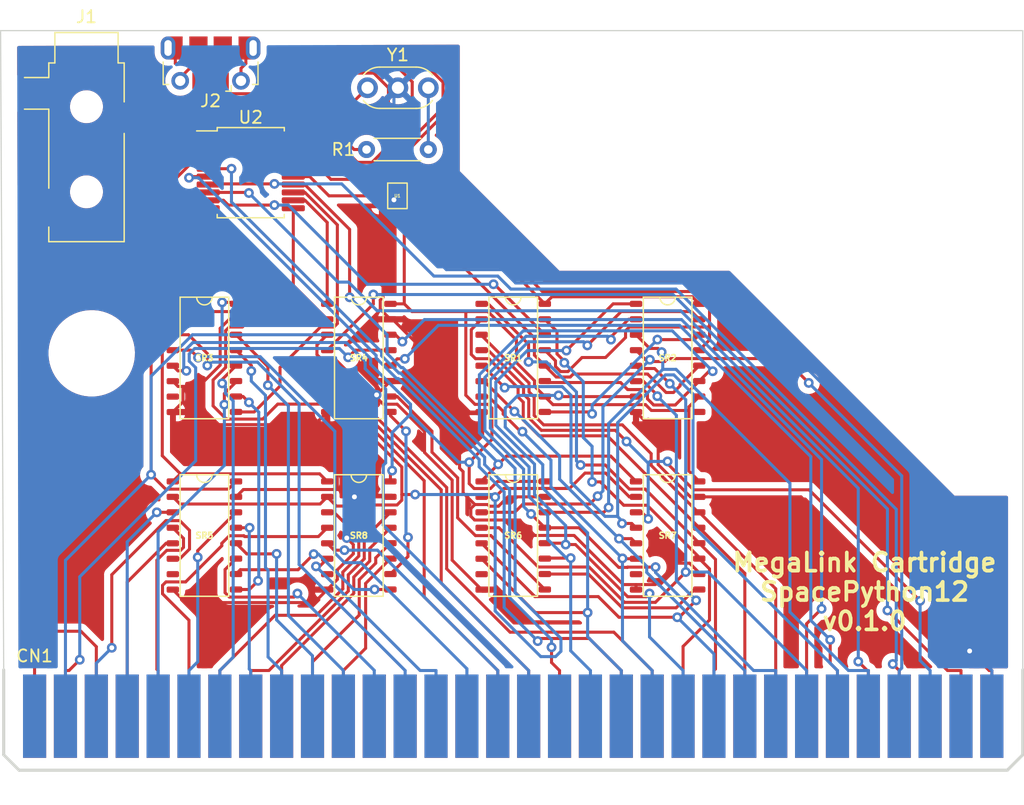
<source format=kicad_pcb>
(kicad_pcb (version 20211014) (generator pcbnew)
  (layers (0 "F.Cu" signal) (31 "B.Cu" signal) (34 "B.Paste" user) (35 "F.Paste" user) (36 "B.SilkS" user "B.Silkscreen") (37 "F.SilkS" user "F.Silkscreen") (38 "B.Mask" user) (39 "F.Mask" user) (44 "Edge.Cuts" user))
  (net 0 "")
  (net 1 "VCC")
  (net 2 "/VA8")
  (net 3 "/VA11")
  (net 4 "/VA7")
  (net 5 "/VA12")
  (net 6 "/VA6")
  (net 7 "/VA13")
  (net 8 "/VA5")
  (net 9 "/VA14")
  (net 10 "/VA4")
  (net 11 "/VA15")
  (net 12 "/VA3")
  (net 13 "/VA16")
  (net 14 "/VA2")
  (net 15 "/VA17")
  (net 16 "/VA1")
  (net 17 "/VD7")
  (net 18 "/VD0")
  (net 19 "/VD8")
  (net 20 "/VD6")
  (net 21 "/VD1")
  (net 22 "/VD9")
  (net 23 "/VD5")
  (net 24 "/VD2")
  (net 25 "/VD10")
  (net 26 "/VD4")
  (net 27 "/VD3")
  (net 28 "/VD11")
  (net 29 "GND")
  (net 30 "/VA9")
  (net 31 "/VA10")
  (net 32 "/VA18")
  (net 33 "/VA19")
  (net 34 "/VA20")
  (net 35 "/VA21")
  (net 36 "/{slash}CAS0")
  (net 37 "/{slash}CE_0")
  (net 38 "/VD15")
  (net 39 "/VD14")
  (net 40 "/VD13")
  (net 41 "/VD12")
  (net 42 "/{slash}LWR")
  (net 43 "/{slash}UWR")
  (net 47 "/SL1")
  (net 48 "/{slash}MRES")
  (net 49 "/SR1")
  (net 50 "/VA22")
  (net 51 "/VA23")
  (net 56 "/{slash}AS")
  (net 58 "/{slash}DTACK")
  (net 59 "/{slash}CAS2")
  (net 60 "/{slash}ASEL")
  (net 61 "/{slash}VRES")
  (net 63 "/{slash}TIME")
  (net 64 "Net-(J2-Pad1)")
  (net 65 "Net-(J2-Pad2)")
  (net 66 "Net-(J2-Pad3)")
  (net 68 "Net-(J2-Pad5)")
  (net 69 "Net-(R1-Pad1)")
  (net 70 "Net-(R1-Pad2)")
  (net 71 "Net-(SR2-Pad14)")
  (net 72 "/SCK")
  (net 73 "Net-(SR2-Pad12)")
  (net 74 "/{slash}OL")
  (net 75 "/MOSI")
  (net 77 "/{slash}AL")
  (net 79 "/MISO")
  (net 80 "Net-(SR3-Pad10)")
  (net 81 "/{slash}FL")
  (net 83 "Net-(SR4-Pad9)")
  (net 84 "Net-(SR4-Pad10)")
  (net 86 "Net-(SR5-Pad10)")
  (net 87 "/{slash}IL")
  (net 89 "Net-(SR6-Pad10)")
  (net 92 "Net-(U2-Pad2)")
  (footprint "MegaLink:74HC165_SO16" (layer "F.Cu") (at 152.4 128.27)
    (fp_text reference "SR6")
    (fp_text value "74HC165")
  )
  (footprint "MegaLink:Logic_DRL" (layer "F.Cu") (at 142.875 100.33)
    (fp_text reference "U1")
    (fp_text value "74LVC1G04")
  )
  (footprint "MegaLink:74HC165_SO16" (layer "F.Cu") (at 139.7 113.665)
    (fp_text reference "SR4")
    (fp_text value "74HC165")
  )
  (footprint "Package_SO:SSOP-20_5.3x7.2mm_P0.65mm" (layer "F.Cu") (at 130.81 98.425)
    (fp_text reference "U2")
    (fp_text value "MCP2210x-SS")
  )
  (footprint "Connector_USB:USB_Micro-B_Molex-105017-0001" (layer "F.Cu") (at 127.508 89.408 180)
    (fp_text reference "J2")
    (fp_text value "USB_B_Micro")
  )
  (footprint "MegaLink:74HC165_SO16" (layer "F.Cu") (at 127 128.27)
    (fp_text reference "SR5")
    (fp_text value "74HC165")
  )
  (footprint "MegaLink:74HC165_SO16" (layer "F.Cu") (at 165.1 113.665)
    (fp_text reference "SR2")
    (fp_text value "74HC595")
  )
  (footprint "MegaLink:74HC165_SO16" (layer "F.Cu") (at 152.4 113.665)
    (fp_text reference "SR1")
    (fp_text value "74HC595")
  )
  (footprint "Crystal:Resonator-3Pin_W6.0mm_H3.0mm" (layer "F.Cu") (at 140.415 91.44)
    (fp_text reference "Y1")
    (fp_text value "Resonator")
  )
  (footprint "Resistor_THT:R_Axial_DIN0204_L3.6mm_D1.6mm_P5.08mm_Horizontal" (layer "F.Cu") (at 145.415 96.52 180)
    (fp_text reference "R1")
    (fp_text value "R")
  )
  (footprint "MegaLink:Megadrive Cartridge Connector" (layer "F.Cu") (at 152.4 130.556)
    (fp_text reference "CN1")
    (fp_text value "Megadrive_Cartridge_Connector")
    (fp_line (start 40.64 17.018) (end 41.91 15.748) (layer "Edge.Cuts") (width 0.254))
    (fp_line (start 41.91 15.748) (end 41.91 8.763) (layer "Edge.Cuts") (width 0.254))
    (fp_line (start -40.64 17.018) (end 40.64 17.018) (layer "Edge.Cuts") (width 0.254))
    (fp_line (start -41.91 15.748) (end -40.64 17.018) (layer "Edge.Cuts") (width 0.254))
    (fp_line (start -41.91 8.763) (end -41.91 15.748) (layer "Edge.Cuts") (width 0.254))
  )
  (footprint "Connector_Audio:Jack_3.5mm_CUI_SJ-3523-SMT_Horizontal" (layer "F.Cu") (at 117.3 95.5)
    (fp_text reference "J1")
    (fp_text value "AudioJack3")
  )
  (footprint "MegaLink:74HC165_SO16" (layer "F.Cu") (at 127 113.665)
    (fp_text reference "SR3")
    (fp_text value "74HC165")
  )
  (footprint "MegaLink:74HC165_SO16" (layer "F.Cu") (at 139.7 128.27)
    (fp_text reference "SR8")
    (fp_text value "74HC165")
  )
  (footprint "MegaLink:74HC165_SO16" (layer "F.Cu") (at 165.1 128.27)
    (fp_text reference "SR7")
    (fp_text value "74HC165")
  )
  (gr_line (start 110.49 139.319) (end 110.236 86.741) (layer "Edge.Cuts") (width 0.1))
  (gr_line (start 194.31 139.319) (end 194.31 86.741) (layer "Edge.Cuts") (width 0.1))
  (gr_line (start 110.236 86.741) (end 194.31 86.741) (layer "Edge.Cuts") (width 0.1))
  (gr_text "MegaLink Cartridge\nSpacePython12\nv0.1.0" (at 181.3 132.9) (layer "F.SilkS") (effects (font (size 1.5 1.5) (thickness 0.3))))
  (segment (start 126.1029 97.45) (end 122.615 100.9379) (width 0.25) (layer "F.Cu") (net 1))
  (segment (start 144.0732 109.8501) (end 148.5003 109.8501) (width 0.25) (layer "F.Cu") (net 1))
  (segment (start 148.5003 109.8501) (end 150.3234 109.8501) (width 0.25) (layer "F.Cu") (net 1))
  (segment (start 151.1132 123.82) (end 150.5276 124.4056) (width 0.25) (layer "F.Cu") (net 1))
  (segment (start 142.3 123.82) (end 142.3 123.0693) (width 0.25) (layer "F.Cu") (net 1))
  (segment (start 150.3234 109.8501) (end 152.6667 112.1934) (width 0.25) (layer "F.Cu") (net 1))
  (segment (start 149.1842 124.4056) (end 148.7813 124.0027) (width 0.25) (layer "F.Cu") (net 1))
  (segment (start 144.2163 99.9993) (end 143.4381 100.7775) (width 0.25) (layer "F.Cu") (net 1))
  (segment (start 167.7 123.82) (end 166.8515 122.9715) (width 0.25) (layer "F.Cu") (net 1))
  (segment (start 150.6447 117.7929) (end 150.3318 117.48) (width 0.25) (layer "F.Cu") (net 1))
  (segment (start 143.4381 100.7775) (end 143.4381 109.215) (width 0.25) (layer "F.Cu") (net 1))
  (segment (start 150.5276 124.4056) (end 149.1842 124.4056) (width 0.25) (layer "F.Cu") (net 1))
  (segment (start 148.5003 116.7277) (end 148.5003 109.8501) (width 0.25) (layer "F.Cu") (net 1))
  (segment (start 126.1029 97.45) (end 126.0307 97.3778) (width 0.25) (layer "F.Cu") (net 1))
  (segment (start 155 109.215) (end 145.7843 99.9993) (width 0.25) (layer "F.Cu") (net 1))
  (segment (start 167.1194 108.6344) (end 155.5806 108.6344) (width 0.25) (layer "F.Cu") (net 1))
  (segment (start 127.31 97.45) (end 126.1029 97.45) (width 0.25) (layer "F.Cu") (net 1))
  (segment (start 149.2526 117.48) (end 148.5003 116.7277) (width 0.25) (layer "F.Cu") (net 1))
  (segment (start 126.3307 95.5) (end 127.31 95.5) (width 0.25) (layer "F.Cu") (net 1))
  (segment (start 123.8037 124.455) (end 128.965 124.455) (width 0.25) (layer "F.Cu") (net 1))
  (segment (start 155.5806 108.6344) (end 155 109.215) (width 0.25) (layer "F.Cu") (net 1))
  (segment (start 122.615 100.9379) (end 122.615 123.2663) (width 0.25) (layer "F.Cu") (net 1))
  (segment (start 148.7813 124.0027) (end 148.7813 122.24) (width 0.25) (layer "F.Cu") (net 1))
  (segment (start 155.6702 117.5052) (end 163.2831 117.5052) (width 0.25) (layer "F.Cu") (net 1))
  (segment (start 163.2831 117.5052) (end 163.7625 117.9846) (width 0.25) (layer "F.Cu") (net 1))
  (segment (start 150.6447 120.3766) (end 150.6447 117.7929) (width 0.25) (layer "F.Cu") (net 1))
  (segment (start 144.145 99.928) (end 144.145 99.568) (width 0.25) (layer "F.Cu") (net 1))
  (segment (start 155 123.82) (end 151.1132 123.82) (width 0.25) (layer "F.Cu") (net 1))
  (segment (start 166.8515 117.9846) (end 166.8515 117.6835) (width 0.25) (layer "F.Cu") (net 1))
  (segment (start 150.3318 117.48) (end 149.2526 117.48) (width 0.25) (layer "F.Cu") (net 1))
  (segment (start 155 116.835) (end 155.6702 117.5052) (width 0.25) (layer "F.Cu") (net 1))
  (segment (start 143.4381 109.215) (end 142.3 109.215) (width 0.25) (layer "F.Cu") (net 1))
  (segment (start 166.8515 122.9715) (end 166.8515 117.9846) (width 0.25) (layer "F.Cu") (net 1))
  (segment (start 152.6667 112.1934) (end 152.6667 114.0512) (width 0.25) (layer "F.Cu") (net 1))
  (segment (start 154.1509 115.9859) (end 155 116.835) (width 0.25) (layer "F.Cu") (net 1))
  (segment (start 145.7843 99.9993) (end 144.2163 99.9993) (width 0.25) (layer "F.Cu") (net 1))
  (segment (start 122.615 123.2663) (end 123.8037 124.455) (width 0.25) (layer "F.Cu") (net 1))
  (segment (start 163.7625 117.9846) (end 166.8515 117.9846) (width 0.25) (layer "F.Cu") (net 1))
  (segment (start 167.7 109.215) (end 167.1194 108.6344) (width 0.25) (layer "F.Cu") (net 1))
  (segment (start 129.6 109.215) (end 129.4762 109.0912) (width 0.25) (layer "F.Cu") (net 1))
  (segment (start 142.3 123.0693) (end 142.4393 122.93) (width 0.25) (layer "F.Cu") (net 1))
  (segment (start 144.2163 99.9993) (end 144.145 99.928) (width 0.25) (layer "F.Cu") (net 1))
  (segment (start 148.7813 122.24) (end 150.6447 120.3766) (width 0.25) (layer "F.Cu") (net 1))
  (segment (start 152.6667 114.0512) (end 154.1509 115.5354) (width 0.25) (layer "F.Cu") (net 1))
  (segment (start 143.4381 109.215) (end 144.0732 109.8501) (width 0.25) (layer "F.Cu") (net 1))
  (segment (start 154.1509 115.5354) (end 154.1509 115.9859) (width 0.25) (layer "F.Cu") (net 1))
  (segment (start 166.8515 117.6835) (end 167.7 116.835) (width 0.25) (layer "F.Cu") (net 1))
  (segment (start 126.0307 97.3778) (end 126.0307 95.8) (width 0.25) (layer "F.Cu") (net 1))
  (segment (start 126.0307 95.8) (end 126.3307 95.5) (width 0.25) (layer "F.Cu") (net 1))
  (segment (start 129.4762 109.0912) (end 128.4554 109.0912) (width 0.25) (layer "F.Cu") (net 1))
  (segment (start 128.965 124.455) (end 129.6 123.82) (width 0.25) (layer "F.Cu") (net 1))
  (via (at 128.4554 109.0912) (size 0.8) (drill 0.4) (layers "F.Cu" "B.Cu") (net 1))
  (via (at 142.4393 122.93) (size 0.8) (drill 0.4) (layers "F.Cu" "B.Cu") (net 1))
  (via (at 148.7813 122.24) (size 0.8) (drill 0.4) (layers "F.Cu" "B.Cu") (net 1))
  (via (at 122.615 123.2663) (size 0.8) (drill 0.4) (layers "F.Cu" "B.Cu") (net 1))
  (segment (start 128.4554 111.756) (end 128.4554 109.0912) (width 0.25) (layer "B.Cu") (net 1))
  (segment (start 143.9551 118.2885) (end 143.9551 117.4741) (width 0.25) (layer "B.Cu") (net 1))
  (segment (start 138.7053 111.756) (end 128.4554 111.756) (width 0.25) (layer "B.Cu") (net 1))
  (segment (start 143.9551 117.4741) (end 140.673 114.192) (width 0.25) (layer "B.Cu") (net 1))
  (segment (start 140.673 113.7237) (end 138.7053 111.756) (width 0.25) (layer "B.Cu") (net 1))
  (segment (start 126.0212 111.756) (end 122.615 115.1622) (width 0.25) (layer "B.Cu") (net 1))
  (segment (start 128.4554 111.756) (end 126.0212 111.756) (width 0.25) (layer "B.Cu") (net 1))
  (segment (start 142.4393 119.8043) (end 142.4393 122.93) (width 0.25) (layer "B.Cu") (net 1))
  (segment (start 143.9551 118.2885) (end 142.4393 119.8043) (width 0.25) (layer "B.Cu") (net 1))
  (segment (start 147.9066 122.24) (end 148.7813 122.24) (width 0.25) (layer "B.Cu") (net 1))
  (segment (start 140.673 114.192) (end 140.673 113.7237) (width 0.25) (layer "B.Cu") (net 1))
  (segment (start 122.615 115.1622) (end 122.615 123.2663) (width 0.25) (layer "B.Cu") (net 1))
  (segment (start 115.57 143.129) (end 115.57 130.3113) (width 0.25) (layer "B.Cu") (net 1))
  (segment (start 115.57 130.3113) (end 122.615 123.2663) (width 0.25) (layer "B.Cu") (net 1))
  (segment (start 143.9551 118.2885) (end 147.9066 122.24) (width 0.25) (layer "B.Cu") (net 1))
  (segment (start 119.38 131.4952) (end 123.8296 127.0456) (width 0.25) (layer "F.Cu") (net 2))
  (segment (start 125.7749 129.383) (end 124.9779 130.18) (width 0.25) (layer "F.Cu") (net 2))
  (segment (start 123.8296 127.0456) (end 124.9715 127.0456) (width 0.25) (layer "F.Cu") (net 2))
  (segment (start 124.9715 127.0456) (end 125.7749 127.849) (width 0.25) (layer "F.Cu") (net 2))
  (segment (start 119.38 137.5024) (end 119.38 131.4952) (width 0.25) (layer "F.Cu") (net 2))
  (segment (start 124.9779 130.18) (end 124.4 130.18) (width 0.25) (layer "F.Cu") (net 2))
  (segment (start 125.7749 127.849) (end 125.7749 129.383) (width 0.25) (layer "F.Cu") (net 2))
  (via (at 119.38 137.5024) (size 0.8) (drill 0.4) (layers "F.Cu" "B.Cu") (net 2))
  (segment (start 118.11 138.7724) (end 119.38 137.5024) (width 0.25) (layer "B.Cu") (net 2))
  (segment (start 118.11 143.129) (end 118.11 138.7724) (width 0.25) (layer "B.Cu") (net 2))
  (segment (start 123.0832 126.36) (end 124.4 126.36) (width 0.25) (layer "F.Cu") (net 3))
  (via (at 123.0832 126.36) (size 0.8) (drill 0.4) (layers "F.Cu" "B.Cu") (net 3))
  (segment (start 120.65 143.129) (end 120.65 128.7932) (width 0.25) (layer "B.Cu") (net 3))
  (segment (start 120.65 128.7932) (end 123.0832 126.36) (width 0.25) (layer "B.Cu") (net 3))
  (segment (start 129.6 115.64) (end 129.6 115.565) (width 0.25) (layer "F.Cu") (net 4))
  (segment (start 128.6404 116.5996) (end 129.6 115.64) (width 0.25) (layer "F.Cu") (net 4))
  (segment (start 128.6404 117.5039) (end 128.6404 116.5996) (width 0.25) (layer "F.Cu") (net 4))
  (via (at 128.6404 117.5039) (size 0.8) (drill 0.4) (layers "F.Cu" "B.Cu") (net 4))
  (segment (start 123.19 127.9574) (end 128.6404 122.507) (width 0.25) (layer "B.Cu") (net 4))
  (segment (start 123.19 143.129) (end 123.19 127.9574) (width 0.25) (layer "B.Cu") (net 4))
  (segment (start 128.6404 122.507) (end 128.6404 117.5039) (width 0.25) (layer "B.Cu") (net 4))
  (segment (start 126.45 129.51) (end 129.6 126.36) (width 0.25) (layer "F.Cu") (net 5))
  (segment (start 126.45 130.0581) (end 126.45 129.51) (width 0.25) (layer "F.Cu") (net 5))
  (via (at 126.45 130.0581) (size 0.8) (drill 0.4) (layers "F.Cu" "B.Cu") (net 5))
  (segment (start 125.73 139.3747) (end 126.45 138.6547) (width 0.25) (layer "B.Cu") (net 5))
  (segment (start 125.73 143.129) (end 125.73 139.3747) (width 0.25) (layer "B.Cu") (net 5))
  (segment (start 126.45 138.6547) (end 126.45 130.0581) (width 0.25) (layer "B.Cu") (net 5))
  (segment (start 128.4608 115.4342) (end 128.4608 115.7534) (width 0.25) (layer "F.Cu") (net 6))
  (segment (start 129.6 114.295) (end 128.4608 115.4342) (width 0.25) (layer "F.Cu") (net 6))
  (via (at 128.4608 115.7534) (size 0.8) (drill 0.4) (layers "F.Cu" "B.Cu") (net 6))
  (segment (start 128.7287 116.5664) (end 128.7286 116.5664) (width 0.25) (layer "B.Cu") (net 6))
  (segment (start 129.3657 138.279) (end 129.3657 117.2034) (width 0.25) (layer "B.Cu") (net 6))
  (segment (start 129.3657 117.2034) (end 128.7287 116.5664) (width 0.25) (layer "B.Cu") (net 6))
  (segment (start 128.27 139.3747) (end 129.3657 138.279) (width 0.25) (layer "B.Cu") (net 6))
  (segment (start 128.7286 116.0212) (end 128.4608 115.7534) (width 0.25) (layer "B.Cu") (net 6))
  (segment (start 128.7286 116.5664) (end 128.7286 116.0212) (width 0.25) (layer "B.Cu") (net 6))
  (segment (start 128.27 143.129) (end 128.27 139.3747) (width 0.25) (layer "B.Cu") (net 6))
  (segment (start 129.6 127.63) (end 130.715 127.63) (width 0.25) (layer "F.Cu") (net 7))
  (via (at 130.715 127.63) (size 0.8) (drill 0.4) (layers "F.Cu" "B.Cu") (net 7))
  (segment (start 130.715 127.63) (end 130.6893 127.6557) (width 0.25) (layer "B.Cu") (net 7))
  (segment (start 130.6893 139.254) (end 130.81 139.3747) (width 0.25) (layer "B.Cu") (net 7))
  (segment (start 130.81 143.129) (end 130.81 139.3747) (width 0.25) (layer "B.Cu") (net 7))
  (segment (start 130.6893 127.6557) (end 130.6893 139.254) (width 0.25) (layer "B.Cu") (net 7))
  (segment (start 130.8549 114.2799) (end 130.8549 114.7364) (width 0.25) (layer "F.Cu") (net 8))
  (segment (start 129.6 113.025) (end 130.8549 114.2799) (width 0.25) (layer "F.Cu") (net 8))
  (via (at 130.8549 114.7364) (size 0.8) (drill 0.4) (layers "F.Cu" "B.Cu") (net 8))
  (segment (start 132.2356 131.1259) (end 132.0231 130.9134) (width 0.25) (layer "B.Cu") (net 8))
  (segment (start 130.8549 115.5714) (end 130.8549 114.7364) (width 0.25) (layer "B.Cu") (net 8))
  (segment (start 133.35 139.3747) (end 132.2356 138.2603) (width 0.25) (layer "B.Cu") (net 8))
  (segment (start 133.35 143.129) (end 133.35 139.3747) (width 0.25) (layer "B.Cu") (net 8))
  (segment (start 132.2356 138.2603) (end 132.2356 131.1259) (width 0.25) (layer "B.Cu") (net 8))
  (segment (start 132.0231 116.7396) (end 130.8549 115.5714) (width 0.25) (layer "B.Cu") (net 8))
  (segment (start 132.0231 130.9134) (end 132.0231 116.7396) (width 0.25) (layer "B.Cu") (net 8))
  (segment (start 130.4793 129.7793) (end 132.9362 129.7793) (width 0.25) (layer "F.Cu") (net 9))
  (segment (start 129.6 128.9) (end 130.4793 129.7793) (width 0.25) (layer "F.Cu") (net 9))
  (via (at 132.9362 129.7793) (size 0.8) (drill 0.4) (layers "F.Cu" "B.Cu") (net 9))
  (segment (start 135.89 143.129) (end 135.89 138.1633) (width 0.25) (layer "B.Cu") (net 9))
  (segment (start 132.9362 135.2095) (end 132.9362 129.7793) (width 0.25) (layer "B.Cu") (net 9))
  (segment (start 135.89 138.1633) (end 132.9362 135.2095) (width 0.25) (layer "B.Cu") (net 9))
  (segment (start 132.2203 114.3753) (end 129.6 111.755) (width 0.25) (layer "F.Cu") (net 10))
  (segment (start 132.2203 115.9111) (end 132.2203 114.3753) (width 0.25) (layer "F.Cu") (net 10))
  (via (at 132.2203 115.9111) (size 0.8) (drill 0.4) (layers "F.Cu" "B.Cu") (net 10))
  (segment (start 138.43 143.129) (end 138.43 139.3747) (width 0.25) (layer "B.Cu") (net 10))
  (segment (start 138.43 139.3747) (end 133.9069 134.8516) (width 0.25) (layer "B.Cu") (net 10))
  (segment (start 133.9069 117.5977) (end 132.2203 115.9111) (width 0.25) (layer "B.Cu") (net 10))
  (segment (start 133.9069 134.8516) (end 133.9069 117.5977) (width 0.25) (layer "B.Cu") (net 10))
  (segment (start 128.6993 131.0707) (end 129.6 130.17) (width 0.25) (layer "F.Cu") (net 11))
  (segment (start 128.6993 132.9713) (end 128.6993 131.0707) (width 0.25) (layer "F.Cu") (net 11))
  (segment (start 134.6494 133.041) (end 134.3557 133.3347) (width 0.25) (layer "F.Cu") (net 11))
  (segment (start 134.3557 133.3347) (end 129.0627 133.3347) (width 0.25) (layer "F.Cu") (net 11))
  (segment (start 129.0627 133.3347) (end 128.6993 132.9713) (width 0.25) (layer "F.Cu") (net 11))
  (via (at 134.6494 133.041) (size 0.8) (drill 0.4) (layers "F.Cu" "B.Cu") (net 11))
  (segment (start 140.97 139.3616) (end 134.6494 133.041) (width 0.25) (layer "B.Cu") (net 11))
  (segment (start 140.97 143.129) (end 140.97 139.3616) (width 0.25) (layer "B.Cu") (net 11))
  (segment (start 127.2395 113.3047) (end 127.2395 114.2861) (width 0.25) (layer "F.Cu") (net 12))
  (segment (start 124.4 111.755) (end 125.6898 111.755) (width 0.25) (layer "F.Cu") (net 12))
  (segment (start 125.6898 111.755) (end 127.2395 113.3047) (width 0.25) (layer "F.Cu") (net 12))
  (via (at 127.2395 114.2861) (size 0.8) (drill 0.4) (layers "F.Cu" "B.Cu") (net 12))
  (segment (start 131.368 114.011) (end 134.7876 117.4306) (width 0.25) (layer "B.Cu") (net 12))
  (segment (start 134.7877 130.6524) (end 143.51 139.3747) (width 0.25) (layer "B.Cu") (net 12))
  (segment (start 127.2395 114.2861) (end 127.5146 114.011) (width 0.25) (layer "B.Cu") (net 12))
  (segment (start 143.51 143.129) (end 143.51 139.3747) (width 0.25) (layer "B.Cu") (net 12))
  (segment (start 134.7876 117.4306) (end 134.7876 130.6524) (width 0.25) (layer "B.Cu") (net 12))
  (segment (start 134.7876 130.6524) (end 134.7877 130.6524) (width 0.25) (layer "B.Cu") (net 12))
  (segment (start 127.5146 114.011) (end 131.368 114.011) (width 0.25) (layer "B.Cu") (net 12))
  (segment (start 137.1 130.18) (end 136.4724 130.8076) (width 0.25) (layer "F.Cu") (net 13))
  (segment (start 136.4724 130.8076) (end 136.1781 130.8076) (width 0.25) (layer "F.Cu") (net 13))
  (via (at 136.1781 130.8076) (size 0.8) (drill 0.4) (layers "F.Cu" "B.Cu") (net 13))
  (segment (start 144.7452 139.3747) (end 136.1781 130.8076) (width 0.25) (layer "B.Cu") (net 13))
  (segment (start 146.05 139.3747) (end 144.7452 139.3747) (width 0.25) (layer "B.Cu") (net 13))
  (segment (start 146.05 143.129) (end 146.05 139.3747) (width 0.25) (layer "B.Cu") (net 13))
  (segment (start 124.4 113.025) (end 125.8662 113.025) (width 0.25) (layer "F.Cu") (net 14))
  (segment (start 125.8662 113.025) (end 126.476 113.6348) (width 0.25) (layer "F.Cu") (net 14))
  (via (at 126.476 113.6348) (size 0.8) (drill 0.4) (layers "F.Cu" "B.Cu") (net 14))
  (segment (start 137.7239 129.7063) (end 138.5221 130.5045) (width 0.25) (layer "B.Cu") (net 14))
  (segment (start 137.7239 119.6951) (end 137.7239 129.7063) (width 0.25) (layer "B.Cu") (net 14))
  (segment (start 139.8653 130.5045) (end 148.59 139.2292) (width 0.25) (layer "B.Cu") (net 14))
  (segment (start 138.5221 130.5045) (end 139.8653 130.5045) (width 0.25) (layer "B.Cu") (net 14))
  (segment (start 126.476 113.6348) (end 126.5502 113.5606) (width 0.25) (layer "B.Cu") (net 14))
  (segment (start 126.5502 113.5606) (end 131.5894 113.5606) (width 0.25) (layer "B.Cu") (net 14))
  (segment (start 148.59 143.129) (end 148.59 139.3747) (width 0.25) (layer "B.Cu") (net 14))
  (segment (start 131.5894 113.5606) (end 137.7239 119.6951) (width 0.25) (layer "B.Cu") (net 14))
  (segment (start 148.59 139.2292) (end 148.59 139.3747) (width 0.25) (layer "B.Cu") (net 14))
  (segment (start 137.6661 129.4761) (end 137.1 128.91) (width 0.25) (layer "F.Cu") (net 15))
  (segment (start 138.5212 129.4761) (end 137.6661 129.4761) (width 0.25) (layer "F.Cu") (net 15))
  (via (at 138.5212 129.4761) (size 0.8) (drill 0.4) (layers "F.Cu" "B.Cu") (net 15))
  (segment (start 141.2314 129.4761) (end 138.5212 129.4761) (width 0.25) (layer "B.Cu") (net 15))
  (segment (start 151.13 143.129) (end 151.13 139.3747) (width 0.25) (layer "B.Cu") (net 15))
  (segment (start 151.13 139.3747) (end 141.2314 129.4761) (width 0.25) (layer "B.Cu") (net 15))
  (segment (start 124.8182 114.7232) (end 125.5128 114.7232) (width 0.25) (layer "F.Cu") (net 16))
  (segment (start 124.4 114.305) (end 124.8182 114.7232) (width 0.25) (layer "F.Cu") (net 16))
  (via (at 125.5128 114.7232) (size 0.8) (drill 0.4) (layers "F.Cu" "B.Cu") (net 16))
  (segment (start 141.9099 122.2944) (end 141.9099 116.235) (width 0.25) (layer "B.Cu") (net 16))
  (segment (start 153.67 139.3747) (end 141.714 127.4187) (width 0.25) (layer "B.Cu") (net 16))
  (segment (start 140.2227 113.9526) (end 138.6658 112.3957) (width 0.25) (layer "B.Cu") (net 16))
  (segment (start 141.714 127.4187) (end 141.714 122.4903) (width 0.25) (layer "B.Cu") (net 16))
  (segment (start 141.714 122.4903) (end 141.9099 122.2944) (width 0.25) (layer "B.Cu") (net 16))
  (segment (start 153.67 143.129) (end 153.67 139.3747) (width 0.25) (layer "B.Cu") (net 16))
  (segment (start 138.6658 112.3957) (end 126.0471 112.3957) (width 0.25) (layer "B.Cu") (net 16))
  (segment (start 125.3004 114.5108) (end 125.5128 114.7232) (width 0.25) (layer "B.Cu") (net 16))
  (segment (start 141.9099 116.235) (end 140.2227 114.5478) (width 0.25) (layer "B.Cu") (net 16))
  (segment (start 140.2227 114.5478) (end 140.2227 113.9526) (width 0.25) (layer "B.Cu") (net 16))
  (segment (start 125.3004 113.1424) (end 125.3004 114.5108) (width 0.25) (layer "B.Cu") (net 16))
  (segment (start 126.0471 112.3957) (end 125.3004 113.1424) (width 0.25) (layer "B.Cu") (net 16))
  (segment (start 161.2775 109.85) (end 167.065 109.85) (width 0.25) (layer "F.Cu") (net 17))
  (segment (start 155.0426 130.1274) (end 157.1267 130.1274) (width 0.25) (layer "F.Cu") (net 17))
  (segment (start 158.497 112.6305) (end 161.2775 109.85) (width 0.25) (layer "F.Cu") (net 17))
  (segment (start 155 130.17) (end 155.0426 130.1274) (width 0.25) (layer "F.Cu") (net 17))
  (segment (start 167.065 109.85) (end 167.7 110.485) (width 0.25) (layer "F.Cu") (net 17))
  (via (at 158.497 112.6305) (size 0.8) (drill 0.4) (layers "F.Cu" "B.Cu") (net 17))
  (via (at 157.1267 130.1274) (size 0.8) (drill 0.4) (layers "F.Cu" "B.Cu") (net 17))
  (segment (start 156.7721 130.1274) (end 155.236 128.5913) (width 0.25) (layer "B.Cu") (net 17))
  (segment (start 150.5195 119.4434) (end 150.5195 115.4564) (width 0.25) (layer "B.Cu") (net 17))
  (segment (start 153.7024 122.6263) (end 150.5195 119.4434) (width 0.25) (layer "B.Cu") (net 17))
  (segment (start 158.75 143.129) (end 158.75 139.3747) (width 0.25) (layer "B.Cu") (net 17))
  (segment (start 153.6433 112.3326) (end 158.1991 112.3326) (width 0.25) (layer "B.Cu") (net 17))
  (segment (start 155.236 128.5913) (end 155.236 126.6105) (width 0.25) (layer "B.Cu") (net 17))
  (segment (start 158.75 139.3747) (end 157.1267 137.7514) (width 0.25) (layer "B.Cu") (net 17))
  (segment (start 153.7024 125.0769) (end 153.7024 122.6263) (width 0.25) (layer "B.Cu") (net 17))
  (segment (start 157.1267 137.7514) (end 157.1267 130.1274) (width 0.25) (layer "B.Cu") (net 17))
  (segment (start 155.236 126.6105) (end 153.7024 125.0769) (width 0.25) (layer "B.Cu") (net 17))
  (segment (start 150.5195 115.4564) (end 153.6433 112.3326) (width 0.25) (layer "B.Cu") (net 17))
  (segment (start 158.1991 112.3326) (end 158.497 112.6305) (width 0.25) (layer "B.Cu") (net 17))
  (segment (start 157.1267 130.1274) (end 156.7721 130.1274) (width 0.25) (layer "B.Cu") (net 17))
  (segment (start 154.2295 134.6095) (end 149.8 130.18) (width 0.25) (layer "F.Cu") (net 18))
  (segment (start 156.2292 116.845) (end 156.1304 116.7462) (width 0.25) (layer "F.Cu") (net 18))
  (segment (start 162.5 116.845) (end 156.2292 116.845) (width 0.25) (layer "F.Cu") (net 18))
  (segment (start 158.5196 134.6095) (end 154.2295 134.6095) (width 0.25) (layer "F.Cu") (net 18))
  (via (at 158.5196 134.6095) (size 0.8) (drill 0.4) (layers "F.Cu" "B.Cu") (net 18))
  (via (at 156.1304 116.7462) (size 0.8) (drill 0.4) (layers "F.Cu" "B.Cu") (net 18))
  (segment (start 161.29 139.3747) (end 158.5196 136.6043) (width 0.25) (layer "B.Cu") (net 18))
  (segment (start 158.5196 134.6095) (end 158.5196 128.0541) (width 0.25) (layer "B.Cu") (net 18))
  (segment (start 158.5196 136.6043) (end 158.5196 134.6095) (width 0.25) (layer "B.Cu") (net 18))
  (segment (start 161.29 143.129) (end 161.29 139.3747) (width 0.25) (layer "B.Cu") (net 18))
  (segment (start 151.7432 117.7932) (end 152.7902 116.7462) (width 0.25) (layer "B.Cu") (net 18))
  (segment (start 158.5196 128.0541) (end 154.8283 124.3628) (width 0.25) (layer "B.Cu") (net 18))
  (segment (start 154.8283 124.3628) (end 154.8283 122.4386) (width 0.25) (layer "B.Cu") (net 18))
  (segment (start 154.8283 122.4386) (end 151.7432 119.3535) (width 0.25) (layer "B.Cu") (net 18))
  (segment (start 151.7432 119.3535) (end 151.7432 117.7932) (width 0.25) (layer "B.Cu") (net 18))
  (segment (start 152.7902 116.7462) (end 156.1304 116.7462) (width 0.25) (layer "B.Cu") (net 18))
  (segment (start 149.8 116.845) (end 150.3677 116.845) (width 0.25) (layer "F.Cu") (net 19))
  (segment (start 153.0167 119.724) (end 153.1572 119.724) (width 0.25) (layer "F.Cu") (net 19))
  (segment (start 161.414 130.18) (end 161.3855 130.1515) (width 0.25) (layer "F.Cu") (net 19))
  (segment (start 151.5741 118.2814) (end 153.0167 119.724) (width 0.25) (layer "F.Cu") (net 19))
  (segment (start 151.5741 118.0514) (end 151.5741 118.2814) (width 0.25) (layer "F.Cu") (net 19))
  (segment (start 162.5 130.18) (end 161.414 130.18) (width 0.25) (layer "F.Cu") (net 19))
  (segment (start 150.3677 116.845) (end 151.5741 118.0514) (width 0.25) (layer "F.Cu") (net 19))
  (via (at 153.1572 119.724) (size 0.8) (drill 0.4) (layers "F.Cu" "B.Cu") (net 19))
  (via (at 161.3855 130.1515) (size 0.8) (drill 0.4) (layers "F.Cu" "B.Cu") (net 19))
  (segment (start 161.3855 130.1515) (end 155.5037 124.2697) (width 0.25) (layer "B.Cu") (net 19))
  (segment (start 161.3855 136.9302) (end 161.3855 130.1515) (width 0.25) (layer "B.Cu") (net 19))
  (segment (start 163.83 143.129) (end 163.83 139.3747) (width 0.25) (layer "B.Cu") (net 19))
  (segment (start 155.5037 124.2697) (end 155.5037 122.0705) (width 0.25) (layer "B.Cu") (net 19))
  (segment (start 155.5037 122.0705) (end 153.1572 119.724) (width 0.25) (layer "B.Cu") (net 19))
  (segment (start 163.83 139.3747) (end 161.3855 136.9302) (width 0.25) (layer "B.Cu") (net 19))
  (segment (start 156.7132 129.0129) (end 157.5191 129.0129) (width 0.25) (layer "F.Cu") (net 20))
  (segment (start 160.6178 109.215) (end 156.7748 113.058) (width 0.25) (layer "F.Cu") (net 20))
  (segment (start 163.3504 133.3022) (end 163.6112 133.0414) (width 0.25) (layer "F.Cu") (net 20))
  (segment (start 162.5 109.215) (end 160.6178 109.215) (width 0.25) (layer "F.Cu") (net 20))
  (segment (start 161.8084 133.3022) (end 163.3504 133.3022) (width 0.25) (layer "F.Cu") (net 20))
  (segment (start 157.5191 129.0129) (end 161.8084 133.3022) (width 0.25) (layer "F.Cu") (net 20))
  (segment (start 156.6003 128.9) (end 156.7132 129.0129) (width 0.25) (layer "F.Cu") (net 20))
  (segment (start 155 128.9) (end 156.6003 128.9) (width 0.25) (layer "F.Cu") (net 20))
  (via (at 156.7132 129.0129) (size 0.8) (drill 0.4) (layers "F.Cu" "B.Cu") (net 20))
  (via (at 156.7748 113.058) (size 0.8) (drill 0.4) (layers "F.Cu" "B.Cu") (net 20))
  (via (at 163.6112 133.0414) (size 0.8) (drill 0.4) (layers "F.Cu" "B.Cu") (net 20))
  (segment (start 156.7132 127.4508) (end 154.1528 124.8904) (width 0.25) (layer "B.Cu") (net 20))
  (segment (start 154.1528 124.8904) (end 154.1528 122.4001) (width 0.25) (layer "B.Cu") (net 20))
  (segment (start 153.5564 113.058) (end 156.7748 113.058) (width 0.25) (layer "B.Cu") (net 20))
  (segment (start 154.1528 122.4001) (end 150.9698 119.2171) (width 0.25) (layer "B.Cu") (net 20))
  (segment (start 163.6112 136.6159) (end 163.6112 133.0414) (width 0.25) (layer "B.Cu") (net 20))
  (segment (start 150.9698 119.2171) (end 150.9698 115.6446) (width 0.25) (layer "B.Cu") (net 20))
  (segment (start 156.7132 129.0129) (end 156.7132 127.4508) (width 0.25) (layer "B.Cu") (net 20))
  (segment (start 166.37 143.129) (end 166.37 139.3747) (width 0.25) (layer "B.Cu") (net 20))
  (segment (start 166.37 139.3747) (end 163.6112 136.6159) (width 0.25) (layer "B.Cu") (net 20))
  (segment (start 150.9698 115.6446) (end 153.5564 113.058) (width 0.25) (layer "B.Cu") (net 20))
  (segment (start 162.5 115.575) (end 163.0991 115.575) (width 0.25) (layer "F.Cu") (net 21))
  (segment (start 149.8 128.91) (end 154.1855 133.2955) (width 0.25) (layer "F.Cu") (net 21))
  (segment (start 165.8922 134.9931) (end 166.0526 134.9931) (width 0.25) (layer "F.Cu") (net 21))
  (segment (start 166.0526 134.9931) (end 167.4436 133.6021) (width 0.25) (layer "F.Cu") (net 21))
  (segment (start 163.0991 115.575) (end 164.2495 116.7254) (width 0.25) (layer "F.Cu") (net 21))
  (segment (start 154.1855 133.2955) (end 159.3962 133.2955) (width 0.25) (layer "F.Cu") (net 21))
  (segment (start 161.0938 134.9931) (end 165.8922 134.9931) (width 0.25) (layer "F.Cu") (net 21))
  (segment (start 164.2495 116.7254) (end 164.2495 116.809) (width 0.25) (layer "F.Cu") (net 21))
  (segment (start 159.3962 133.2955) (end 161.0938 134.9931) (width 0.25) (layer "F.Cu") (net 21))
  (via (at 167.4436 133.6021) (size 0.8) (drill 0.4) (layers "F.Cu" "B.Cu") (net 21))
  (via (at 164.2495 116.809) (size 0.8) (drill 0.4) (layers "F.Cu" "B.Cu") (net 21))
  (via (at 165.8922 134.9931) (size 0.8) (drill 0.4) (layers "F.Cu" "B.Cu") (net 21))
  (segment (start 165.8199 131.9784) (end 165.8199 118.3794) (width 0.25) (layer "B.Cu") (net 21))
  (segment (start 165.8199 118.3794) (end 164.2495 116.809) (width 0.25) (layer "B.Cu") (net 21))
  (segment (start 167.4436 133.6021) (end 165.8199 131.9784) (width 0.25) (layer "B.Cu") (net 21))
  (segment (start 168.91 143.129) (end 168.91 138.0109) (width 0.25) (layer "B.Cu") (net 21))
  (segment (start 168.91 138.0109) (end 165.8922 134.9931) (width 0.25) (layer "B.Cu") (net 21))
  (segment (start 150.0041 115.575) (end 152.4994 118.0703) (width 0.25) (layer "F.Cu") (net 22))
  (segment (start 149.8 115.575) (end 150.0041 115.575) (width 0.25) (layer "F.Cu") (net 22))
  (segment (start 162.1185 128.5285) (end 161.1017 128.5285) (width 0.25) (layer "F.Cu") (net 22))
  (segment (start 162.5 128.91) (end 162.1185 128.5285) (width 0.25) (layer "F.Cu") (net 22))
  (via (at 161.1017 128.5285) (size 0.8) (drill 0.4) (layers "F.Cu" "B.Cu") (net 22))
  (via (at 152.4994 118.0703) (size 0.8) (drill 0.4) (layers "F.Cu" "B.Cu") (net 22))
  (segment (start 171.45 143.129) (end 171.45 139.3747) (width 0.25) (layer "B.Cu") (net 22))
  (segment (start 156.2167 123.6435) (end 161.1017 128.5285) (width 0.25) (layer "B.Cu") (net 22))
  (segment (start 163.3812 130.808) (end 163.3812 131.3059) (width 0.25) (layer "B.Cu") (net 22))
  (segment (start 152.5521 118.0703) (end 156.2167 121.7349) (width 0.25) (layer "B.Cu") (net 22))
  (segment (start 161.1017 128.5285) (end 163.3812 130.808) (width 0.25) (layer "B.Cu") (net 22))
  (segment (start 156.2167 121.7349) (end 156.2167 123.6435) (width 0.25) (layer "B.Cu") (net 22))
  (segment (start 163.3812 131.3059) (end 171.45 139.3747) (width 0.25) (layer "B.Cu") (net 22))
  (segment (start 152.4994 118.0703) (end 152.5521 118.0703) (width 0.25) (layer "B.Cu") (net 22))
  (segment (start 161.7909 130.8913) (end 161.8144 130.8678) (width 0.25) (layer "F.Cu") (net 23))
  (segment (start 161.8875 110.485) (end 160.4404 111.9321) (width 0.25) (layer "F.Cu") (net 23))
  (segment (start 155 127.63) (end 153.866 126.496) (width 0.25) (layer "F.Cu") (net 23))
  (segment (start 161.0787 130.8913) (end 161.7909 130.8913) (width 0.25) (layer "F.Cu") (net 23))
  (segment (start 162.5 110.485) (end 161.8875 110.485) (width 0.25) (layer "F.Cu") (net 23))
  (segment (start 155 127.63) (end 157.8174 127.63) (width 0.25) (layer "F.Cu") (net 23))
  (segment (start 161.8144 130.8678) (end 164.1065 130.8678) (width 0.25) (layer "F.Cu") (net 23))
  (segment (start 160.4404 111.9321) (end 160.4404 112.1574) (width 0.25) (layer "F.Cu") (net 23))
  (segment (start 157.8174 127.63) (end 161.0787 130.8913) (width 0.25) (layer "F.Cu") (net 23))
  (via (at 153.866 126.496) (size 0.8) (drill 0.4) (layers "F.Cu" "B.Cu") (net 23))
  (via (at 164.1065 130.8678) (size 0.8) (drill 0.4) (layers "F.Cu" "B.Cu") (net 23))
  (via (at 160.4404 112.1574) (size 0.8) (drill 0.4) (layers "F.Cu" "B.Cu") (net 23))
  (segment (start 160.1653 111.8823) (end 160.4404 112.1574) (width 0.25) (layer "B.Cu") (net 23))
  (segment (start 150.0692 115.2698) (end 153.4567 111.8823) (width 0.25) (layer "B.Cu") (net 23))
  (segment (start 173.99 143.129) (end 173.99 139.3747) (width 0.25) (layer "B.Cu") (net 23))
  (segment (start 153.2521 125.8821) (end 153.2521 122.8129) (width 0.25) (layer "B.Cu") (net 23))
  (segment (start 153.4567 111.8823) (end 160.1653 111.8823) (width 0.25) (layer "B.Cu") (net 23))
  (segment (start 150.0692 119.63) (end 150.0692 115.2698) (width 0.25) (layer "B.Cu") (net 23))
  (segment (start 153.866 126.496) (end 153.2521 125.8821) (width 0.25) (layer "B.Cu") (net 23))
  (segment (start 153.2521 122.8129) (end 150.0692 119.63) (width 0.25) (layer "B.Cu") (net 23))
  (segment (start 164.1065 131.3108) (end 164.1065 130.8678) (width 0.25) (layer "B.Cu") (net 23))
  (segment (start 173.99 139.3747) (end 172.1704 139.3747) (width 0.25) (layer "B.Cu") (net 23))
  (segment (start 172.1704 139.3747) (end 164.1065 131.3108) (width 0.25) (layer "B.Cu") (net 23))
  (segment (start 151.2245 127.63) (end 154.4546 130.8601) (width 0.25) (layer "F.Cu") (net 24))
  (segment (start 154.4546 130.8601) (end 158.6432 130.8601) (width 0.25) (layer "F.Cu") (net 24))
  (segment (start 164.0268 114.5347) (end 165.2753 115.7832) (width 0.25) (layer "F.Cu") (net 24))
  (segment (start 164.0957 133.7667) (end 166.5874 131.275) (width 0.25) (layer "F.Cu") (net 24))
  (segment (start 158.6432 130.8601) (end 161.5498 133.7667) (width 0.25) (layer "F.Cu") (net 24))
  (segment (start 161.5498 133.7667) (end 164.0957 133.7667) (width 0.25) (layer "F.Cu") (net 24))
  (segment (start 162.5 114.305) (end 162.7297 114.5347) (width 0.25) (layer "F.Cu") (net 24))
  (segment (start 162.7297 114.5347) (end 164.0268 114.5347) (width 0.25) (layer "F.Cu") (net 24))
  (segment (start 149.8 127.63) (end 151.2245 127.63) (width 0.25) (layer "F.Cu") (net 24))
  (via (at 166.5874 131.275) (size 0.8) (drill 0.4) (layers "F.Cu" "B.Cu") (net 24))
  (via (at 165.2753 115.7832) (size 0.8) (drill 0.4) (layers "F.Cu" "B.Cu") (net 24))
  (segment (start 165.2753 115.7832) (end 166.5874 117.0953) (width 0.25) (layer "B.Cu") (net 24))
  (segment (start 168.4303 131.275) (end 166.5874 131.275) (width 0.25) (layer "B.Cu") (net 24))
  (segment (start 176.53 143.129) (end 176.53 139.3747) (width 0.25) (layer "B.Cu") (net 24))
  (segment (start 166.5874 117.0953) (end 166.5874 131.275) (width 0.25) (layer "B.Cu") (net 24))
  (segment (start 176.53 139.3747) (end 168.4303 131.275) (width 0.25) (layer "B.Cu") (net 24))
  (segment (start 161.3477 127.2777) (end 162.1477 127.2777) (width 0.25) (layer "F.Cu") (net 25))
  (segment (start 162.1477 127.2777) (end 162.5 127.63) (width 0.25) (layer "F.Cu") (net 25))
  (segment (start 151.6951 116.1105) (end 149.8896 114.305) (width 0.25) (layer "F.Cu") (net 25))
  (segment (start 149.8896 114.305) (end 149.8 114.305) (width 0.25) (layer "F.Cu") (net 25))
  (via (at 151.6951 116.1105) (size 0.8) (drill 0.4) (layers "F.Cu" "B.Cu") (net 25))
  (via (at 161.3477 127.2777) (size 0.8) (drill 0.4) (layers "F.Cu" "B.Cu") (net 25))
  (segment (start 179.07 143.129) (end 179.07 139.3747) (width 0.25) (layer "B.Cu") (net 25))
  (segment (start 151.6951 116.1105) (end 151.7848 116.0208) (width 0.25) (layer "B.Cu") (net 25))
  (segment (start 160.971 126.6972) (end 161.3477 127.0739) (width 0.25) (layer "B.Cu") (net 25))
  (segment (start 160.9904 118.9877) (end 164.9218 115.0563) (width 0.25) (layer "B.Cu") (net 25))
  (segment (start 165.6091 115.0563) (end 167.186 116.6332) (width 0.25) (layer "B.Cu") (net 25))
  (segment (start 167.1861 127.4908) (end 179.07 139.3747) (width 0.25) (layer "B.Cu") (net 25))
  (segment (start 156.4309 116.0208) (end 157.1522 116.7421) (width 0.25) (layer "B.Cu") (net 25))
  (segment (start 151.7848 116.0208) (end 156.4309 116.0208) (width 0.25) (layer "B.Cu") (net 25))
  (segment (start 167.186 116.6332) (end 167.186 127.4908) (width 0.25) (layer "B.Cu") (net 25))
  (segment (start 157.1522 116.7421) (end 157.1522 123.8965) (width 0.25) (layer "B.Cu") (net 25))
  (segment (start 164.9218 115.0563) (end 165.6091 115.0563) (width 0.25) (layer "B.Cu") (net 25))
  (segment (start 160.971 126.6972) (end 160.9904 126.6778) (width 0.25) (layer "B.Cu") (net 25))
  (segment (start 167.186 127.4908) (end 167.1861 127.4908) (width 0.25) (layer "B.Cu") (net 25))
  (segment (start 157.1522 123.8965) (end 159.9529 126.6972) (width 0.25) (layer "B.Cu") (net 25))
  (segment (start 159.9529 126.6972) (end 160.971 126.6972) (width 0.25) (layer "B.Cu") (net 25))
  (segment (start 160.9904 126.6778) (end 160.9904 118.9877) (width 0.25) (layer "B.Cu") (net 25))
  (segment (start 161.3477 127.0739) (end 161.3477 127.2777) (width 0.25) (layer "B.Cu") (net 25))
  (segment (start 163.6278 112.8828) (end 164.3062 112.8828) (width 0.25) (layer "F.Cu") (net 26))
  (segment (start 164.3062 112.8828) (end 164.6085 113.1851) (width 0.25) (layer "F.Cu") (net 26))
  (segment (start 160.2458 125.9643) (end 159.8501 126.36) (width 0.25) (layer "F.Cu") (net 26))
  (segment (start 162.5 111.755) (end 163.6278 112.8828) (width 0.25) (layer "F.Cu") (net 26))
  (segment (start 159.8501 126.36) (end 155 126.36) (width 0.25) (layer "F.Cu") (net 26))
  (via (at 164.6085 113.1851) (size 0.8) (drill 0.4) (layers "F.Cu" "B.Cu") (net 26))
  (via (at 160.2458 125.9643) (size 0.8) (drill 0.4) (layers "F.Cu" "B.Cu") (net 26))
  (segment (start 164.6999 114.602) (end 160.2458 119.0561) (width 0.25) (layer "B.Cu") (net 26))
  (segment (start 164.6999 114.602) (end 165.7917 114.602) (width 0.25) (layer "B.Cu") (net 26))
  (segment (start 179.9742 139.3747) (end 181.61 139.3747) (width 0.25) (layer "B.Cu") (net 26))
  (segment (start 175.1607 123.971) (end 175.1607 134.5612) (width 0.25) (layer "B.Cu") (net 26))
  (segment (start 181.61 143.129) (end 181.61 139.3747) (width 0.25) (layer "B.Cu") (net 26))
  (segment (start 164.6999 114.602) (end 164.6999 113.2765) (width 0.25) (layer "B.Cu") (net 26))
  (segment (start 175.1607 134.5612) (end 179.9742 139.3747) (width 0.25) (layer "B.Cu") (net 26))
  (segment (start 164.6999 113.2765) (end 164.6085 113.1851) (width 0.25) (layer "B.Cu") (net 26))
  (segment (start 160.2458 119.0561) (end 160.2458 125.9643) (width 0.25) (layer "B.Cu") (net 26))
  (segment (start 165.7917 114.602) (end 175.1607 123.971) (width 0.25) (layer "B.Cu") (net 26))
  (segment (start 152.5252 126.36) (end 153.2075 125.6777) (width 0.25) (layer "F.Cu") (net 27))
  (segment (start 153.2075 125.6777) (end 158.6996 125.6777) (width 0.25) (layer "F.Cu") (net 27))
  (segment (start 174.7061 113.7151) (end 176.7071 115.7161) (width 0.25) (layer "F.Cu") (net 27))
  (segment (start 165.1081 113.7151) (end 174.7061 113.7151) (width 0.25) (layer "F.Cu") (net 27))
  (segment (start 163.7909 113.9607) (end 164.8625 113.9607) (width 0.25) (layer "F.Cu") (net 27))
  (segment (start 162.5 113.025) (end 163.2843 113.8093) (width 0.25) (layer "F.Cu") (net 27))
  (segment (start 158.6996 125.6777) (end 159.3438 125.0335) (width 0.25) (layer "F.Cu") (net 27))
  (segment (start 149.8 126.36) (end 152.5252 126.36) (width 0.25) (layer "F.Cu") (net 27))
  (segment (start 163.2843 113.8093) (end 163.6395 113.8093) (width 0.25) (layer "F.Cu") (net 27))
  (segment (start 163.6395 113.8093) (end 163.7909 113.9607) (width 0.25) (layer "F.Cu") (net 27))
  (segment (start 164.8625 113.9607) (end 165.1081 113.7151) (width 0.25) (layer "F.Cu") (net 27))
  (via (at 159.3438 125.0335) (size 0.8) (drill 0.4) (layers "F.Cu" "B.Cu") (net 27))
  (via (at 163.6395 113.8093) (size 0.8) (drill 0.4) (layers "F.Cu" "B.Cu") (net 27))
  (via (at 176.7071 115.7161) (size 0.8) (drill 0.4) (layers "F.Cu" "B.Cu") (net 27))
  (segment (start 184.15 139.3747) (end 184.3553 139.1694) (width 0.25) (layer "B.Cu") (net 27))
  (segment (start 184.15 143.129) (end 184.15 139.3747) (width 0.25) (layer "B.Cu") (net 27))
  (segment (start 159.778 124.5993) (end 159.3438 125.0335) (width 0.25) (layer "B.Cu") (net 27))
  (segment (start 163.6395 113.8093) (end 159.778 117.6708) (width 0.25) (layer "B.Cu") (net 27))
  (segment (start 159.778 117.6708) (end 159.778 124.5993) (width 0.25) (layer "B.Cu") (net 27))
  (segment (start 184.3553 139.1694) (end 184.3553 123.3643) (width 0.25) (layer "B.Cu") (net 27))
  (segment (start 184.3553 123.3643) (end 176.7071 115.7161) (width 0.25) (layer "B.Cu") (net 27))
  (segment (start 161.7187 120.5373) (end 160.7994 119.618) (width 0.25) (layer "F.Cu") (net 28))
  (segment (start 153.675 118.579) (end 153.675 117.0683) (width 0.25) (layer "F.Cu") (net 28))
  (segment (start 167.2391 124.5101) (end 165.0946 122.3656) (width 0.25) (layer "F.Cu") (net 28))
  (segment (start 185.8661 133.6413) (end 176.7349 124.5101) (width 0.25) (layer "F.Cu") (net 28))
  (segment (start 165.0946 122.3656) (end 165.0946 122.1763) (width 0.25) (layer "F.Cu") (net 28))
  (segment (start 176.7349 124.5101) (end 167.2391 124.5101) (width 0.25) (layer "F.Cu") (net 28))
  (segment (start 150.3324 113.025) (end 149.8 113.025) (width 0.25) (layer "F.Cu") (net 28))
  (segment (start 153.2503 116.6436) (end 153.2503 115.9429) (width 0.25) (layer "F.Cu") (net 28))
  (segment (start 162.9663 126.36) (end 162.5 126.36) (width 0.25) (layer "F.Cu") (net 28))
  (segment (start 153.675 117.0683) (end 153.2503 116.6436) (width 0.25) (layer "F.Cu") (net 28))
  (segment (start 153.2503 115.9429) (end 150.3324 113.025) (width 0.25) (layer "F.Cu") (net 28))
  (segment (start 160.7994 119.618) (end 154.714 119.618) (width 0.25) (layer "F.Cu") (net 28))
  (segment (start 163.5025 126.8962) (end 162.9663 126.36) (width 0.25) (layer "F.Cu") (net 28))
  (segment (start 154.714 119.618) (end 153.675 118.579) (width 0.25) (layer "F.Cu") (net 28))
  (via (at 163.5025 126.8962) (size 0.8) (drill 0.4) (layers "F.Cu" "B.Cu") (net 28))
  (via (at 161.7187 120.5373) (size 0.8) (drill 0.4) (layers "F.Cu" "B.Cu") (net 28))
  (via (at 185.8661 133.6413) (size 0.8) (drill 0.4) (layers "F.Cu" "B.Cu") (net 28))
  (via (at 165.0946 122.1763) (size 0.8) (drill 0.4) (layers "F.Cu" "B.Cu") (net 28))
  (segment (start 163.6473 122.1763) (end 165.0946 122.1763) (width 0.25) (layer "B.Cu") (net 28))
  (segment (start 163.5025 122.3211) (end 161.7187 120.5373) (width 0.25) (layer "B.Cu") (net 28))
  (segment (start 163.5025 122.3211) (end 163.6473 122.1763) (width 0.25) (layer "B.Cu") (net 28))
  (segment (start 186.69 143.129) (end 186.69 139.3747) (width 0.25) (layer "B.Cu") (net 28))
  (segment (start 185.8661 138.5508) (end 185.8661 133.6413) (width 0.25) (layer "B.Cu") (net 28))
  (segment (start 186.69 139.3747) (end 185.8661 138.5508) (width 0.25) (layer "B.Cu") (net 28))
  (segment (start 163.5025 126.8962) (end 163.5025 122.3211) (width 0.25) (layer "B.Cu") (net 28))
  (segment (start 141.1641 116.7009) (end 141.1641 116.9251) (width 0.25) (layer "F.Cu") (net 29))
  (segment (start 141.6925 108.673) (end 141.6925 101.1795) (width 0.25) (layer "F.Cu") (net 29))
  (segment (start 121.59355 90.20645) (end 121.5871 90.2) (width 0.25) (layer "F.Cu") (net 29))
  (segment (start 141.463 109.648) (end 141.463 108.9025) (width 0.25) (layer "F.Cu") (net 29))
  (segment (start 154.1661 128.265) (end 152.8961 126.995) (width 0.25) (layer "F.Cu") (net 29))
  (segment (start 125.2349 117.2801) (end 127.1051 119.1503) (width 0.25) (layer "F.Cu") (net 29))
  (segment (start 132.9416 93.3024) (end 124.6895 93.3024) (width 0.25) (layer "F.Cu") (net 29))
  (segment (start 151.1903 125.8593) (end 150.4477 125.8593) (width 0.25) (layer "F.Cu") (net 29))
  (segment (start 162.5 132.3044) (end 161.4475 132.3044) (width 0.25) (layer "F.Cu") (net 29))
  (segment (start 191.77 143.129) (end 191.77 139.3747) (width 0.25) (layer "F.Cu") (net 29))
  (segment (start 191.5477 139.3747) (end 191.77 139.3747) (width 0.25) (layer "F.Cu") (net 29))
  (segment (start 136.035 133.785) (end 137.1 132.72) (width 0.25) (layer "F.Cu") (net 29))
  (segment (start 142.3 115.565) (end 141.1641 116.7009) (width 0.25) (layer "F.Cu") (net 29))
  (segment (start 145.1061 119.7207) (end 145.1061 121.4389) (width 0.25) (layer "F.Cu") (net 29))
  (segment (start 161.4475 132.3044) (end 157.4081 128.265) (width 0.25) (layer "F.Cu") (net 29))
  (segment (start 142.1567 101.092) (end 141.605 101.092) (width 0.25) (layer "F.Cu") (net 29))
  (segment (start 166.9793 125.09) (end 164.3231 122.4338) (width 0.25) (layer "F.Cu") (net 29))
  (segment (start 166.9075 130.5476) (end 167.7 131.3401) (width 0.25) (layer "F.Cu") (net 29))
  (segment (start 137.9339 124.4861) (end 130.2039 124.4861) (width 0.25) (layer "F.Cu") (net 29))
  (segment (start 164.088 132.3044) (end 165.8448 130.5476) (width 0.25) (layer "F.Cu") (net 29))
  (segment (start 137.5079 95.5) (end 134.31 95.5) (width 0.25) (layer "F.Cu") (net 29))
  (segment (start 144.3529 114.482) (end 144.3529 112.3593) (width 0.25) (layer "F.Cu") (net 29))
  (segment (start 142.3 115.565) (end 143.2699 115.565) (width 0.25) (layer "F.Cu") (net 29))
  (segment (start 145.1061 121.4389) (end 147.3768 123.7096) (width 0.25) (layer "F.Cu") (net 29))
  (segment (start 140.7851 97.575) (end 139.5829 97.575) (width 0.25) (layer "F.Cu") (net 29))
  (segment (start 148.9136 126.6849) (end 148.9136 126.0516) (width 0.25) (layer "F.Cu") (net 29))
  (segment (start 137.9339 121.0195) (end 137.9339 124.4861) (width 0.25) (layer "F.Cu") (net 29))
  (segment (start 142.8554 117.47) (end 145.1061 119.7207) (width 0.25) (layer "F.Cu") (net 29))
  (segment (start 176.0725 125.09) (end 167.7 125.09) (width 0.25) (layer "F.Cu") (net 29))
  (segment (start 142.915 91.44) (end 142.1354 91.44) (width 0.25) (layer "F.Cu") (net 29))
  (segment (start 157.4081 128.265) (end 154.1661 128.265) (width 0.25) (layer "F.Cu") (net 29))
  (segment (start 141.1641 116.9251) (end 141.709 117.47) (width 0.25) (layer "F.Cu") (net 29))
  (segment (start 125.2349 116.0066) (end 125.2349 117.2801) (width 0.25) (layer "F.Cu") (net 29))
  (segment (start 141.6925 101.1795) (end 141.605 101.092) (width 0.25) (layer "F.Cu") (net 29))
  (segment (start 139.3379 125.09) (end 142.3 125.09) (width 0.25) (layer "F.Cu") (net 29))
  (segment (start 129.0427 110.485) (end 129.6 110.485) (width 0.25) (layer "F.Cu") (net 29))
  (segment (start 142.5882 100.6605) (end 142.1567 101.092) (width 0.25) (layer "F.Cu") (net 29))
  (segment (start 188.7499 137.7674) (end 176.0725 125.09) (width 0.25) (layer "F.Cu") (net 29))
  (segment (start 136.0093 90.2347) (end 132.9416 93.3024) (width 0.25) (layer "F.Cu") (net 29))
  (segment (start 137.1 132.72) (end 137.9339 131.8861) (width 0.25) (layer "F.Cu") (net 29))
  (segment (start 164.3231 122.4338) (end 164.3231 119.9381) (width 0.25) (layer "F.Cu") (net 29))
  (segment (start 136.0647 119.1503) (end 137.9339 121.0195) (width 0.25) (layer "F.Cu") (net 29))
  (segment (start 136.0647 119.1503) (end 137.1 118.115) (width 0.25) (layer "F.Cu") (net 29))
  (segment (start 164.3231 119.9381) (end 162.5 118.115) (width 0.25) (layer "F.Cu") (net 29))
  (segment (start 137.9339 131.0892) (end 139.2465 129.7766) (width 0.25) (layer "F.Cu") (net 29))
  (segment (start 139.3379 125.09) (end 138.734 124.4861) (width 0.25) (layer "F.Cu") (net 29))
  (segment (start 152.8961 126.995) (end 149.2237 126.995) (width 0.25) (layer "F.Cu") (net 29))
  (segment (start 189.9404 137.7674) (end 188.7499 137.7674) (width 0.25) (layer "F.Cu") (net 29))
  (segment (start 165.8448 130.5476) (end 166.9075 130.5476) (width 0.25) (layer "F.Cu") (net 29))
  (segment (start 150.4477 125.8593) (end 150.3102 125.7218) (width 0.25) (layer "F.Cu") (net 29))
  (segment (start 141.463 108.9025) (end 141.6925 108.673) (width 0.25) (layer "F.Cu") (net 29))
  (segment (start 125.2349 116.0066) (end 126.5448 116.0066) (width 0.25) (layer "F.Cu") (net 29))
  (segment (start 148.2776 124.756) (end 149.2434 125.7218) (width 0.25) (layer "F.Cu") (net 29))
  (segment (start 167.7 131.3401) (end 167.7 131.44) (width 0.25) (layer "F.Cu") (net 29))
  (segment (start 143.2699 115.565) (end 144.3529 114.482) (width 0.25) (layer "F.Cu") (net 29))
  (segment (start 142.1354 91.44) (end 140.9301 90.2347) (width 0.25) (layer "F.Cu") (net 29))
  (segment (start 167.7 125.09) (end 166.9793 125.09) (width 0.25) (layer "F.Cu") (net 29))
  (segment (start 125.2349 117.2801) (end 124.4 118.115) (width 0.25) (layer "F.Cu") (net 29))
  (segment (start 138.734 124.4861) (end 137.9339 124.4861) (width 0.25) (layer "F.Cu") (net 29))
  (segment (start 125.465 133.785) (end 136.035 133.785) (width 0.25) (layer "F.Cu") (net 29))
  (segment (start 124.6895 93.3024) (end 121.59355 90.20645) (width 0.25) (layer "F.Cu") (net 29))
  (segment (start 127.1051 119.1503) (end 136.0647 119.1503) (width 0.25) (layer "F.Cu") (net 29))
  (segment (start 142.1354 96.2247) (end 140.7851 97.575) (width 0.25) (layer "F.Cu") (net 29))
  (segment (start 128.296 111.2317) (end 129.0427 110.485) (width 0.25) (layer "F.Cu") (net 29))
  (segment (start 147.9858 118.115) (end 147.9858 122.7265) (width 0.25) (layer "F.Cu") (net 29))
  (segment (start 126.5448 116.0066) (end 128.296 114.2554) (width 0.25) (layer "F.Cu") (net 29))
  (segment (start 144.3529 114.482) (end 147.9858 118.115) (width 0.25) (layer "F.Cu") (net 29))
  (segment (start 189.9404 137.7674) (end 191.5477 139.3747) (width 0.25) (layer "F.Cu") (net 29))
  (segment (start 148.9136 126.0516) (end 149.2434 125.7218) (width 0.25) (layer "F.Cu") (net 29))
  (segment (start 144.3529 112.3593) (end 142.4786 110.485) (width 0.25) (layer "F.Cu") (net 29))
  (segment (start 162.5 132.3044) (end 164.088 132.3044) (width 0.25) (layer "F.Cu") (net 29))
  (segment (start 142.3 110.485) (end 141.463 109.648) (width 0.25) (layer "F.Cu") (net 29))
  (segment (start 139.5829 97.575) (end 137.5079 95.5) (width 0.25) (layer "F.Cu") (net 29))
  (segment (start 148.2776 123.0183) (end 148.2776 124.756) (width 0.25) (layer "F.Cu") (net 29))
  (segment (start 141.709 117.47) (end 142.8554 117.47) (width 0.25) (layer "F.Cu") (net 29))
  (segment (start 115.29355 90.20645) (end 113.6 91.9) (width 0.25) (layer "F.Cu") (net 29))
  (segment (start 142.1354 91.44) (end 142.1354 96.2247) (width 0.25) (layer "F.Cu") (net 29))
  (segment (start 121.59355 90.20645) (end 115.29355 90.20645) (width 0.25) (layer "F.Cu") (net 29))
  (segment (start 147.3768 130.2968) (end 149.8 132.72) (width 0.25) (layer "F.Cu") (net 29))
  (segment (start 124.4 132.72) (end 125.465 133.785) (width 0.25) (layer "F.Cu") (net 29))
  (segment (start 130.2039 124.4861) (end 129.6 125.09) (width 0.25) (layer "F.Cu") (net 29))
  (segment (start 124.4 115.575) (end 124.8316 116.0066) (width 0.25) (layer "F.Cu") (net 29))
  (segment (start 151.9596 125.09) (end 151.1903 125.8593) (width 0.25) (layer "F.Cu") (net 29))
  (segment (start 124.8316 116.0066) (end 125.2349 116.0066) (width 0.25) (layer "F.Cu") (net 29))
  (segment (start 128.296 114.2554) (end 128.296 111.2317) (width 0.25) (layer "F.Cu") (net 29))
  (segment (start 137.9339 131.8861) (end 137.9339 131.0892) (width 0.25) (layer "F.Cu") (net 29))
  (segment (start 150.3102 125.7218) (end 149.2434 125.7218) (width 0.25) (layer "F.Cu") (net 29))
  (segment (start 147.9858 122.7265) (end 148.2776 123.0183) (width 0.25) (layer "F.Cu") (net 29))
  (segment (start 142.4786 110.485) (end 142.3 110.485) (width 0.25) (layer "F.Cu") (net 29))
  (segment (start 149.2237 126.995) (end 148.9136 126.6849) (width 0.25) (layer "F.Cu") (net 29))
  (segment (start 147.3768 123.7096) (end 147.3768 130.2968) (width 0.25) (layer "F.Cu") (net 29))
  (segment (start 139.2465 129.7766) (end 139.2465 129.0117) (width 0.25) (layer "F.Cu") (net 29))
  (segment (start 139.2465 129.0117) (end 138.7104 128.4756) (width 0.25) (layer "F.Cu") (net 29))
  (segment (start 140.9301 90.2347) (end 136.0093 90.2347) (width 0.25) (layer "F.Cu") (net 29))
  (segment (start 147.9858 118.115) (end 149.8 118.115) (width 0.25) (layer "F.Cu") (net 29))
  (segment (start 162.5 132.72) (end 162.5 132.3044) (width 0.25) (layer "F.Cu") (net 29))
  (segment (start 155 125.09) (end 151.9596 125.09) (width 0.25) (layer "F.Cu") (net 29))
  (via (at 139.3379 125.09) (size 0.8) (drill 0.4) (layers "F.Cu" "B.Cu") (net 29))
  (via (at 189.9404 137.7674) (size 0.8) (drill 0.4) (layers "F.Cu" "B.Cu") (net 29))
  (via (at 142.5882 100.6605) (size 0.8) (drill 0.4) (layers "F.Cu" "B.Cu") (net 29))
  (via (at 138.7104 128.4756) (size 0.8) (drill 0.4) (layers "F.Cu" "B.Cu") (net 29))
  (via (at 141.1641 116.7009) (size 0.8) (drill 0.4) (layers "F.Cu" "B.Cu") (net 29))
  (segment (start 139.3379 125.09) (end 139.3379 118.5271) (width 0.25) (layer "B.Cu") (net 29))
  (segment (start 142.5882 91.7668) (end 142.5882 100.6605) (width 0.25) (layer "B.Cu") (net 29))
  (segment (start 146.9 106.4) (end 142.5882 102.0882) (width 0.25) (layer "B.Cu") (net 29))
  (segment (start 169.5368 107.5) (end 152.6 107.5) (width 0.25) (layer "B.Cu") (net 29))
  (segment (start 142.915 91.44) (end 142.5882 91.7668) (width 0.25) (layer "B.Cu") (net 29))
  (segment (start 138.7104 128.4756) (end 138.7104 125.7175) (width 0.25) (layer "B.Cu") (net 29))
  (segment (start 190.1627 137.7674) (end 191.77 139.3747) (width 0.25) (layer "B.Cu") (net 29))
  (segment (start 138.7104 125.7175) (end 139.3379 125.09) (width 0.25) (layer "B.Cu") (net 29))
  (segment (start 189.9404 137.7674) (end 190.1627 137.7674) (width 0.25) (layer "B.Cu") (net 29))
  (segment (start 191.77 143.129) (end 191.77 139.3747) (width 0.25) (layer "B.Cu") (net 29))
  (segment (start 189.9404 137.7674) (end 189.9404 127.9036) (width 0.25) (layer "B.Cu") (net 29))
  (segment (start 142.5882 102.0882) (end 142.5882 100.6605) (width 0.25) (layer "B.Cu") (net 29))
  (segment (start 139.3379 118.5271) (end 141.1641 116.7009) (width 0.25) (layer "B.Cu") (net 29))
  (segment (start 151.5 106.4) (end 146.9 106.4) (width 0.25) (layer "B.Cu") (net 29))
  (segment (start 152.6 107.5) (end 151.5 106.4) (width 0.25) (layer "B.Cu") (net 29))
  (segment (start 189.9404 127.9036) (end 169.5368 107.5) (width 0.25) (layer "B.Cu") (net 29))
  (segment (start 124.4 128.91) (end 123.8427 128.91) (width 0.25) (layer "F.Cu") (net 30))
  (segment (start 120.65 132.1027) (end 120.65 143.129) (width 0.25) (layer "F.Cu") (net 30))
  (segment (start 123.8427 128.91) (end 120.65 132.1027) (width 0.25) (layer "F.Cu") (net 30))
  (segment (start 125.2792 128.5092) (end 124.4 127.63) (width 0.25) (layer "F.Cu") (net 31))
  (segment (start 125.0312 129.4898) (end 125.2792 129.2418) (width 0.25) (layer "F.Cu") (net 31))
  (segment (start 125.2792 129.2418) (end 125.2792 128.5092) (width 0.25) (layer "F.Cu") (net 31))
  (segment (start 123.8998 129.4898) (end 125.0312 129.4898) (width 0.25) (layer "F.Cu") (net 31))
  (segment (start 123.0894 130.3002) (end 123.8998 129.4898) (width 0.25) (layer "F.Cu") (net 31))
  (segment (start 123.0894 139.2741) (end 123.0894 130.3002) (width 0.25) (layer "F.Cu") (net 31))
  (segment (start 123.19 143.129) (end 123.19 139.3747) (width 0.25) (layer "F.Cu") (net 31))
  (segment (start 123.19 139.3747) (end 123.0894 139.2741) (width 0.25) (layer "F.Cu") (net 31))
  (segment (start 123.8384 132.085) (end 125.4554 132.085) (width 0.25) (layer "F.Cu") (net 32))
  (segment (start 123.553 132.3704) (end 123.8384 132.085) (width 0.25) (layer "F.Cu") (net 32))
  (segment (start 136.3735 128.3565) (end 137.1 127.63) (width 0.25) (layer "F.Cu") (net 32))
  (segment (start 129.054 128.2884) (end 130.2423 128.2884) (width 0.25) (layer "F.Cu") (net 32))
  (segment (start 125.73 135.2385) (end 123.553 133.0615) (width 0.25) (layer "F.Cu") (net 32))
  (segment (start 128.4289 129.1115) (end 128.4289 128.9135) (width 0.25) (layer "F.Cu") (net 32))
  (segment (start 130.2423 128.2884) (end 130.3104 128.3565) (width 0.25) (layer "F.Cu") (net 32))
  (segment (start 125.73 143.129) (end 125.73 135.2385) (width 0.25) (layer "F.Cu") (net 32))
  (segment (start 128.4289 128.9135) (end 129.054 128.2884) (width 0.25) (layer "F.Cu") (net 32))
  (segment (start 125.4554 132.085) (end 128.4289 129.1115) (width 0.25) (layer "F.Cu") (net 32))
  (segment (start 130.3104 128.3565) (end 136.3735 128.3565) (width 0.25) (layer "F.Cu") (net 32))
  (segment (start 123.553 133.0615) (end 123.553 132.3704) (width 0.25) (layer "F.Cu") (net 32))
  (segment (start 138.3842 132.6565) (end 138.3842 131.2758) (width 0.25) (layer "F.Cu") (net 33))
  (segment (start 139.6968 129.9632) (end 139.6968 128.3995) (width 0.25) (layer "F.Cu") (net 33))
  (segment (start 128.27 143.129) (end 128.27 139.3747) (width 0.25) (layer "F.Cu") (net 33))
  (segment (start 139.6968 128.3995) (end 137.6573 126.36) (width 0.25) (layer "F.Cu") (net 33))
  (segment (start 136.2084 134.8323) (end 138.3842 132.6565) (width 0.25) (layer "F.Cu") (net 33))
  (segment (start 132.8124 134.8323) (end 136.2084 134.8323) (width 0.25) (layer "F.Cu") (net 33))
  (segment (start 137.6573 126.36) (end 137.1 126.36) (width 0.25) (layer "F.Cu") (net 33))
  (segment (start 138.3842 131.2758) (end 139.6968 129.9632) (width 0.25) (layer "F.Cu") (net 33))
  (segment (start 128.27 139.3747) (end 132.8124 134.8323) (width 0.25) (layer "F.Cu") (net 33))
  (segment (start 130.81 139.3747) (end 132.3029 139.3747) (width 0.25) (layer "F.Cu") (net 34))
  (segment (start 140.1471 130.1869) (end 140.1471 128.5129) (width 0.25) (layer "F.Cu") (net 34))
  (segment (start 140.1471 128.5129) (end 142.3 126.36) (width 0.25) (layer "F.Cu") (net 34))
  (segment (start 132.3029 139.3747) (end 138.8345 132.8431) (width 0.25) (layer "F.Cu") (net 34))
  (segment (start 138.8345 131.4995) (end 140.1471 130.1869) (width 0.25) (layer "F.Cu") (net 34))
  (segment (start 138.8345 132.8431) (end 138.8345 131.4995) (width 0.25) (layer "F.Cu") (net 34))
  (segment (start 130.81 143.129) (end 130.81 139.3747) (width 0.25) (layer "F.Cu") (net 34))
  (segment (start 133.35 138.9645) (end 139.2848 133.0297) (width 0.25) (layer "F.Cu") (net 35))
  (segment (start 140.5974 129.3326) (end 142.3 127.63) (width 0.25) (layer "F.Cu") (net 35))
  (segment (start 133.35 143.129) (end 133.35 138.9645) (width 0.25) (layer "F.Cu") (net 35))
  (segment (start 140.5974 130.3735) (end 140.5974 129.3326) (width 0.25) (layer "F.Cu") (net 35))
  (segment (start 139.2848 131.6861) (end 140.5974 130.3735) (width 0.25) (layer "F.Cu") (net 35))
  (segment (start 139.2848 133.0297) (end 139.2848 131.6861) (width 0.25) (layer "F.Cu") (net 35))
  (segment (start 145.0769 133.3216) (end 151.13 139.3747) (width 0.25) (layer "F.Cu") (net 36))
  (segment (start 139.0575 117.5325) (end 139.0575 117.7462) (width 0.25) (layer "F.Cu") (net 36))
  (segment (start 137.1 115.575) (end 139.0575 117.5325) (width 0.25) (layer "F.Cu") (net 36))
  (segment (start 139.0575 117.7462) (end 145.0768 123.7655) (width 0.25) (layer "F.Cu") (net 36))
  (segment (start 145.0768 133.3216) (end 145.0769 133.3216) (width 0.25) (layer "F.Cu") (net 36))
  (segment (start 151.13 143.129) (end 151.13 139.3747) (width 0.25) (layer "F.Cu") (net 36))
  (segment (start 145.0768 123.7655) (end 145.0768 133.3216) (width 0.25) (layer "F.Cu") (net 36))
  (segment (start 139.6671 116.8721) (end 139.6671 117.6998) (width 0.25) (layer "F.Cu") (net 37))
  (segment (start 139.6671 117.6998) (end 146.4762 124.5089) (width 0.25) (layer "F.Cu") (net 37))
  (segment (start 153.67 143.129) (end 153.67 139.3747) (width 0.25) (layer "F.Cu") (net 37))
  (segment (start 146.4762 132.1809) (end 153.67 139.3747) (width 0.25) (layer "F.Cu") (net 37))
  (segment (start 146.4762 124.5089) (end 146.4762 132.1809) (width 0.25) (layer "F.Cu") (net 37))
  (segment (start 137.1 114.305) (end 139.6671 116.8721) (width 0.25) (layer "F.Cu") (net 37))
  (segment (start 161.4886 125.7801) (end 159.5675 123.859) (width 0.25) (layer "F.Cu") (net 38))
  (segment (start 168.5442 131.0142) (end 167.7 130.17) (width 0.25) (layer "F.Cu") (net 38))
  (segment (start 168.5442 135.2189) (end 168.5442 131.0142) (width 0.25) (layer "F.Cu") (net 38))
  (segment (start 167.7 130.0647) (end 163.4154 125.7801) (width 0.25) (layer "F.Cu") (net 38))
  (segment (start 163.4154 125.7801) (end 161.4886 125.7801) (width 0.25) (layer "F.Cu") (net 38))
  (segment (start 155 110.485) (end 155.9996 111.4846) (width 0.25) (layer "F.Cu") (net 38))
  (segment (start 166.37 143.129) (end 166.37 137.3931) (width 0.25) (layer "F.Cu") (net 38))
  (segment (start 167.7 130.17) (end 167.7 130.0647) (width 0.25) (layer "F.Cu") (net 38))
  (segment (start 155.9996 113.3333) (end 156.6012 113.9349) (width 0.25) (layer "F.Cu") (net 38))
  (segment (start 156.6012 113.9349) (end 156.6012 114.0584) (width 0.25) (layer "F.Cu") (net 38))
  (segment (start 166.37 137.3931) (end 168.5442 135.2189) (width 0.25) (layer "F.Cu") (net 38))
  (segment (start 159.5675 123.859) (end 158.8879 123.859) (width 0.25) (layer "F.Cu") (net 38))
  (segment (start 155.9996 111.4846) (end 155.9996 113.3333) (width 0.25) (layer "F.Cu") (net 38))
  (via (at 156.6012 114.0584) (size 0.8) (drill 0.4) (layers "F.Cu" "B.Cu") (net 38))
  (via (at 158.8879 123.859) (size 0.8) (drill 0.4) (layers "F.Cu" "B.Cu") (net 38))
  (segment (start 158.1634 120.214) (end 158.1634 115.6206) (width 0.25) (layer "B.Cu") (net 38))
  (segment (start 158.8879 123.859) (end 158.8879 120.9385) (width 0.25) (layer "B.Cu") (net 38))
  (segment (start 158.8879 120.9385) (end 158.1634 120.214) (width 0.25) (layer "B.Cu") (net 38))
  (segment (start 158.1634 115.6206) (end 156.6012 114.0584) (width 0.25) (layer "B.Cu") (net 38))
  (segment (start 169.037 130.237) (end 167.7 128.9) (width 0.25) (layer "F.Cu") (net 39))
  (segment (start 159.9699 122.4705) (end 157.9397 122.4705) (width 0.25) (layer "F.Cu") (net 39))
  (segment (start 149.8 109.215) (end 150.3399 109.215) (width 0.25) (layer "F.Cu") (net 39))
  (segment (start 167.7 128.9) (end 163.255 124.455) (width 0.25) (layer "F.Cu") (net 39))
  (segment (start 161.9544 124.455) (end 159.9699 122.4705) (width 0.25) (layer "F.Cu") (net 39))
  (segment (start 153.6626 112.5377) (end 153.6626 113.9875) (width 0.25) (layer "F.Cu") (net 39))
  (segment (start 169.037 139.2477) (end 169.037 130.237) (width 0.25) (layer "F.Cu") (net 39))
  (segment (start 168.91 143.129) (end 168.91 139.3747) (width 0.25) (layer "F.Cu") (net 39))
  (segment (start 168.91 139.3747) (end 169.037 139.2477) (width 0.25) (layer "F.Cu") (net 39))
  (segment (start 163.255 124.455) (end 161.9544 124.455) (width 0.25) (layer "F.Cu") (net 39))
  (segment (start 150.3399 109.215) (end 153.6626 112.5377) (width 0.25) (layer "F.Cu") (net 39))
  (via (at 153.6626 113.9875) (size 0.8) (drill 0.4) (layers "F.Cu" "B.Cu") (net 39))
  (via (at 157.9397 122.4705) (size 0.8) (drill 0.4) (layers "F.Cu" "B.Cu") (net 39))
  (segment (start 157.6026 116.4677) (end 155.1224 113.9875) (width 0.25) (layer "B.Cu") (net 39))
  (segment (start 157.6026 122.1334) (end 157.6026 116.4677) (width 0.25) (layer "B.Cu") (net 39))
  (segment (start 157.9397 122.4705) (end 157.6026 122.1334) (width 0.25) (layer "B.Cu") (net 39))
  (segment (start 155.1224 113.9875) (end 153.6626 113.9875) (width 0.25) (layer "B.Cu") (net 39))
  (segment (start 152.8 116.1312) (end 152.8 116.8785) (width 0.25) (layer "F.Cu") (net 40))
  (segment (start 149.8 110.485) (end 148.9511 111.3339) (width 0.25) (layer "F.Cu") (net 40))
  (segment (start 171.45 131.38) (end 171.45 143.129) (width 0.25) (layer "F.Cu") (net 40))
  (segment (start 153.2247 117.3032) (end 153.2247 118.7657) (width 0.25) (layer "F.Cu") (net 40))
  (segment (start 154.5273 120.0683) (end 160.1383 120.0683) (width 0.25) (layer "F.Cu") (net 40))
  (segment (start 149.3008 113.7251) (end 150.3939 113.7251) (width 0.25) (layer "F.Cu") (net 40))
  (segment (start 150.3939 113.7251) (end 152.8 116.1312) (width 0.25) (layer "F.Cu") (net 40))
  (segment (start 160.1383 120.0683) (end 167.7 127.63) (width 0.25) (layer "F.Cu") (net 40))
  (segment (start 153.2247 118.7657) (end 154.5273 120.0683) (width 0.25) (layer "F.Cu") (net 40))
  (segment (start 148.9511 113.3754) (end 149.3008 113.7251) (width 0.25) (layer "F.Cu") (net 40))
  (segment (start 167.7 127.63) (end 171.45 131.38) (width 0.25) (layer "F.Cu") (net 40))
  (segment (start 152.8 116.8785) (end 153.2247 117.3032) (width 0.25) (layer "F.Cu") (net 40))
  (segment (start 148.9511 111.3339) (end 148.9511 113.3754) (width 0.25) (layer "F.Cu") (net 40))
  (segment (start 173.99 132.65) (end 167.7 126.36) (width 0.25) (layer "F.Cu") (net 41))
  (segment (start 161.3748 119.1676) (end 163.7458 121.5386) (width 0.25) (layer "F.Cu") (net 41))
  (segment (start 153.7006 115.7221) (end 153.7006 116.457) (width 0.25) (layer "F.Cu") (net 41))
  (segment (start 154.9005 119.1676) (end 161.3748 119.1676) (width 0.25) (layer "F.Cu") (net 41))
  (segment (start 167.6068 126.36) (end 167.7 126.36) (width 0.25) (layer "F.Cu") (net 41))
  (segment (start 149.8 111.8215) (end 153.7006 115.7221) (width 0.25) (layer "F.Cu") (net 41))
  (segment (start 173.99 143.129) (end 173.99 132.65) (width 0.25) (layer "F.Cu") (net 41))
  (segment (start 154.1253 116.8817) (end 154.1253 118.3924) (width 0.25) (layer "F.Cu") (net 41))
  (segment (start 149.8 111.755) (end 149.8 111.8215) (width 0.25) (layer "F.Cu") (net 41))
  (segment (start 154.1253 118.3924) (end 154.9005 119.1676) (width 0.25) (layer "F.Cu") (net 41))
  (segment (start 163.7458 122.499) (end 167.6068 126.36) (width 0.25) (layer "F.Cu") (net 41))
  (segment (start 163.7458 121.5386) (end 163.7458 122.499) (width 0.25) (layer "F.Cu") (net 41))
  (segment (start 153.7006 116.457) (end 154.1253 116.8817) (width 0.25) (layer "F.Cu") (net 41))
  (segment (start 130.6121 100.05) (end 130.6577 100.0956) (width 0.25) (layer "F.Cu") (net 42))
  (segment (start 181.61 143.129) (end 181.61 139.3747) (width 0.25) (layer "F.Cu") (net 42))
  (segment (start 181.61 139.3747) (end 181.5203 139.3747) (width 0.25) (layer "F.Cu") (net 42))
  (segment (start 181.5203 139.3747) (end 180.7807 138.6351) (width 0.25) (layer "F.Cu") (net 42))
  (segment (start 127.31 100.05) (end 130.6121 100.05) (width 0.25) (layer "F.Cu") (net 42))
  (via (at 180.7807 138.6351) (size 0.8) (drill 0.4) (layers "F.Cu" "B.Cu") (net 42))
  (via (at 130.6577 100.0956) (size 0.8) (drill 0.4) (layers "F.Cu" "B.Cu") (net 42))
  (segment (start 130.6577 100.0956) (end 137.9888 107.4267) (width 0.25) (layer "B.Cu") (net 42))
  (segment (start 141.2043 109.7825) (end 166.1759 109.7825) (width 0.25) (layer "B.Cu") (net 42))
  (segment (start 180.7807 124.3873) (end 180.7807 138.6351) (width 0.25) (layer "B.Cu") (net 42))
  (segment (start 166.1759 109.7825) (end 180.7807 124.3873) (width 0.25) (layer "B.Cu") (net 42))
  (segment (start 138.8485 107.4267) (end 141.2043 109.7825) (width 0.25) (layer "B.Cu") (net 42))
  (segment (start 137.9888 107.4267) (end 138.8485 107.4267) (width 0.25) (layer "B.Cu") (net 42))
  (segment (start 184.15 143.129) (end 184.15 139.3747) (width 0.25) (layer "F.Cu") (net 43))
  (segment (start 127.31 99.4) (end 127.363 99.347) (width 0.25) (layer "F.Cu") (net 43))
  (segment (start 127.363 99.347) (end 132.7587 99.347) (width 0.25) (layer "F.Cu") (net 43))
  (segment (start 184.15 139.3747) (end 183.6164 138.8411) (width 0.25) (layer "F.Cu") (net 43))
  (via (at 183.6164 138.8411) (size 0.8) (drill 0.4) (layers "F.Cu" "B.Cu") (net 43))
  (via (at 132.7587 99.347) (size 0.8) (drill 0.4) (layers "F.Cu" "B.Cu") (net 43))
  (segment (start 165.7909 108) (end 152.2 108) (width 0.25) (layer "B.Cu") (net 43))
  (segment (start 183.905 126.1141) (end 165.7909 108) (width 0.25) (layer "B.Cu") (net 43))
  (segment (start 183.6164 138.8411) (end 183.905 138.5525) (width 0.25) (layer "B.Cu") (net 43))
  (segment (start 183.905 138.5525) (end 183.905 126.1141) (width 0.25) (layer "B.Cu") (net 43))
  (segment (start 145.8731 106.9298) (end 138.2903 99.347) (width 0.25) (layer "B.Cu") (net 43))
  (segment (start 151.1298 106.9298) (end 145.8731 106.9298) (width 0.25) (layer "B.Cu") (net 43))
  (segment (start 152.2 108) (end 151.1298 106.9298) (width 0.25) (layer "B.Cu") (net 43))
  (segment (start 138.2903 99.347) (end 132.7587 99.347) (width 0.25) (layer "B.Cu") (net 43))
  (segment (start 112.268 104.394) (end 113.6 103.062) (width 0.25) (layer "F.Cu") (net 47))
  (segment (start 113.03 136.652) (end 113.03 143.129) (width 0.25) (layer "F.Cu") (net 47))
  (segment (start 113.6 103.062) (end 113.6 101.3) (width 0.25) (layer "F.Cu") (net 47))
  (segment (start 112.268 104.394) (end 112.268 135.89) (width 0.25) (layer "F.Cu") (net 47))
  (segment (start 112.268 135.89) (end 113.03 136.652) (width 0.25) (layer "F.Cu") (net 47))
  (segment (start 139.4084 113.025) (end 142.3 113.025) (width 0.25) (layer "F.Cu") (net 48))
  (segment (start 115.8606 139.3747) (end 116.7462 138.4891) (width 0.25) (layer "F.Cu") (net 48))
  (segment (start 138.8225 113.6109) (end 139.4084 113.025) (width 0.25) (layer "F.Cu") (net 48))
  (segment (start 115.57 143.129) (end 115.57 139.3747) (width 0.25) (layer "F.Cu") (net 48))
  (segment (start 115.57 139.3747) (end 115.8606 139.3747) (width 0.25) (layer "F.Cu") (net 48))
  (via (at 116.7462 138.4891) (size 0.8) (drill 0.4) (layers "F.Cu" "B.Cu") (net 48))
  (via (at 138.8225 113.6109) (size 0.8) (drill 0.4) (layers "F.Cu" "B.Cu") (net 48))
  (segment (start 126.1998 112.8853) (end 138.0969 112.8853) (width 0.25) (layer "B.Cu") (net 48))
  (segment (start 126.2785 114.463) (end 125.7507 113.9352) (width 0.25) (layer "B.Cu") (net 48))
  (segment (start 125.7507 113.3344) (end 126.1998 112.8853) (width 0.25) (layer "B.Cu") (net 48))
  (segment (start 116.7462 131.6616) (end 126.2785 122.1293) (width 0.25) (layer "B.Cu") (net 48))
  (segment (start 125.7507 113.9352) (end 125.7507 113.3344) (width 0.25) (layer "B.Cu") (net 48))
  (segment (start 126.2785 122.1293) (end 126.2785 114.463) (width 0.25) (layer "B.Cu") (net 48))
  (segment (start 138.0969 112.8853) (end 138.8225 113.6109) (width 0.25) (layer "B.Cu") (net 48))
  (segment (start 116.7462 138.4891) (end 116.7462 131.6616) (width 0.25) (layer "B.Cu") (net 48))
  (segment (start 118.11 137.414) (end 118.11 143.129) (width 0.25) (layer "F.Cu") (net 49))
  (segment (start 116.84 136.144) (end 118.11 137.414) (width 0.25) (layer "F.Cu") (net 49))
  (segment (start 112.776 106.934) (end 112.776 134.62) (width 0.25) (layer "F.Cu") (net 49))
  (segment (start 112.776 134.62) (end 114.3 136.144) (width 0.25) (layer "F.Cu") (net 49))
  (segment (start 114.3 136.144) (end 116.84 136.144) (width 0.25) (layer "F.Cu") (net 49))
  (segment (start 119.38 105.918) (end 113.792 105.918) (width 0.25) (layer "F.Cu") (net 49))
  (segment (start 121 104.202) (end 121 93.9) (width 0.25) (layer "F.Cu") (net 49))
  (segment (start 121.048 104.25) (end 119.38 105.918) (width 0.25) (layer "F.Cu") (net 49))
  (segment (start 113.792 105.918) (end 112.776 106.934) (width 0.25) (layer "F.Cu") (net 49))
  (segment (start 121.048 104.25) (end 121 104.202) (width 0.25) (layer "F.Cu") (net 49))
  (segment (start 141.0907 130.1093) (end 141.0907 130.5438) (width 0.25) (layer "F.Cu") (net 50))
  (segment (start 142.3 128.9) (end 141.0907 130.1093) (width 0.25) (layer "F.Cu") (net 50))
  (segment (start 141.0907 130.5438) (end 139.7352 131.8993) (width 0.25) (layer "F.Cu") (net 50))
  (segment (start 135.89 138.6611) (end 135.89 143.129) (width 0.25) (layer "F.Cu") (net 50))
  (segment (start 139.7352 134.8159) (end 135.89 138.6611) (width 0.25) (layer "F.Cu") (net 50))
  (segment (start 139.7352 131.8993) (end 139.7352 134.8159) (width 0.25) (layer "F.Cu") (net 50))
  (segment (start 140.2598 137.5449) (end 138.43 139.3747) (width 0.25) (layer "F.Cu") (net 51))
  (segment (start 142.3 130.17) (end 140.2598 132.2102) (width 0.25) (layer "F.Cu") (net 51))
  (segment (start 140.2598 132.2102) (end 140.2598 137.5449) (width 0.25) (layer "F.Cu") (net 51))
  (segment (start 138.43 143.129) (end 138.43 139.3747) (width 0.25) (layer "F.Cu") (net 51))
  (segment (start 156.21 139.3747) (end 155.5513 138.716) (width 0.25) (layer "F.Cu") (net 56))
  (segment (start 155.5513 138.716) (end 155.5513 137.4646) (width 0.25) (layer "F.Cu") (net 56))
  (segment (start 127.31 98.1) (end 129.2252 98.1) (width 0.25) (layer "F.Cu") (net 56))
  (segment (start 156.21 143.129) (end 156.21 139.3747) (width 0.25) (layer "F.Cu") (net 56))
  (via (at 155.5513 137.4646) (size 0.8) (drill 0.4) (layers "F.Cu" "B.Cu") (net 56))
  (via (at 129.2252 98.1) (size 0.8) (drill 0.4) (layers "F.Cu" "B.Cu") (net 56))
  (segment (start 150.0489 122.4352) (end 152.104 124.4903) (width 0.25) (layer "B.Cu") (net 56))
  (segment (start 152.104 133.3804) (end 155.5513 136.8277) (width 0.25) (layer "B.Cu") (net 56))
  (segment (start 141.5737 113.1822) (end 141.5737 113.486) (width 0.25) (layer "B.Cu") (net 56))
  (segment (start 143.1332 114.9107) (end 150.0489 121.8264) (width 0.25) (layer "B.Cu") (net 56))
  (segment (start 129.2252 98.1) (end 129.2252 100.8337) (width 0.25) (layer "B.Cu") (net 56))
  (segment (start 142.9984 114.9107) (end 143.1332 114.9107) (width 0.25) (layer "B.Cu") (net 56))
  (segment (start 141.5737 113.486) (end 142.9984 114.9107) (width 0.25) (layer "B.Cu") (net 56))
  (segment (start 152.104 124.4903) (end 152.104 133.3804) (width 0.25) (layer "B.Cu") (net 56))
  (segment (start 155.5513 136.8277) (end 155.5513 137.4646) (width 0.25) (layer "B.Cu") (net 56))
  (segment (start 150.0489 121.8264) (end 150.0489 122.4352) (width 0.25) (layer "B.Cu") (net 56))
  (segment (start 129.2252 100.8337) (end 141.5737 113.1822) (width 0.25) (layer "B.Cu") (net 56))
  (segment (start 161.29 143.129) (end 161.29 139.3747) (width 0.25) (layer "F.Cu") (net 58))
  (segment (start 158.6545 136.7392) (end 161.29 139.3747) (width 0.25) (layer "F.Cu") (net 58))
  (segment (start 154.6252 136.7392) (end 158.6545 136.7392) (width 0.25) (layer "F.Cu") (net 58))
  (segment (start 125.7358 98.8428) (end 125.8286 98.75) (width 0.25) (layer "F.Cu") (net 58))
  (segment (start 125.8286 98.75) (end 127.31 98.75) (width 0.25) (layer "F.Cu") (net 58))
  (segment (start 154.413 136.9514) (end 154.6252 136.7392) (width 0.25) (layer "F.Cu") (net 58))
  (via (at 125.7358 98.8428) (size 0.8) (drill 0.4) (layers "F.Cu" "B.Cu") (net 58))
  (via (at 154.413 136.9514) (size 0.8) (drill 0.4) (layers "F.Cu" "B.Cu") (net 58))
  (segment (start 151.6537 124.6769) (end 151.6537 134.1921) (width 0.25) (layer "B.Cu") (net 58))
  (segment (start 142.9464 115.361) (end 149.5986 122.0132) (width 0.25) (layer "B.Cu") (net 58))
  (segment (start 125.7358 98.8428) (end 126.5128 98.8428) (width 0.25) (layer "B.Cu") (net 58))
  (segment (start 149.5986 122.6218) (end 151.6537 124.6769) (width 0.25) (layer "B.Cu") (net 58))
  (segment (start 141.1233 113.6725) (end 142.8118 115.361) (width 0.25) (layer "B.Cu") (net 58))
  (segment (start 142.8118 115.361) (end 142.9464 115.361) (width 0.25) (layer "B.Cu") (net 58))
  (segment (start 141.1233 113.4533) (end 141.1233 113.6725) (width 0.25) (layer "B.Cu") (net 58))
  (segment (start 149.5986 122.0132) (end 149.5986 122.6218) (width 0.25) (layer "B.Cu") (net 58))
  (segment (start 151.6537 134.1921) (end 154.413 136.9514) (width 0.25) (layer "B.Cu") (net 58))
  (segment (start 126.5128 98.8428) (end 141.1233 113.4533) (width 0.25) (layer "B.Cu") (net 58))
  (segment (start 140.4387 117.8345) (end 146.9265 124.3223) (width 0.25) (layer "F.Cu") (net 59))
  (segment (start 152.1406 136.2213) (end 160.6766 136.2213) (width 0.25) (layer "F.Cu") (net 59))
  (segment (start 163.83 143.129) (end 163.83 139.3747) (width 0.25) (layer "F.Cu") (net 59))
  (segment (start 136.2548 113.3923) (end 136.5275 113.665) (width 0.25) (layer "F.Cu") (net 59))
  (segment (start 140.4387 116.4477) (end 140.4387 117.8345) (width 0.25) (layer "F.Cu") (net 59))
  (segment (start 146.9265 124.3223) (end 146.9265 131.0072) (width 0.25) (layer "F.Cu") (net 59))
  (segment (start 146.9265 131.0072) (end 152.1406 136.2213) (width 0.25) (layer "F.Cu") (net 59))
  (segment (start 136.2548 112.6002) (end 136.2548 113.3923) (width 0.25) (layer "F.Cu") (net 59))
  (segment (start 136.5275 113.665) (end 137.656 113.665) (width 0.25) (layer "F.Cu") (net 59))
  (segment (start 160.6766 136.2213) (end 163.83 139.3747) (width 0.25) (layer "F.Cu") (net 59))
  (segment (start 137.656 113.665) (end 140.4387 116.4477) (width 0.25) (layer "F.Cu") (net 59))
  (segment (start 137.1 111.755) (end 136.2548 112.6002) (width 0.25) (layer "F.Cu") (net 59))
  (segment (start 143.2836 112.3233) (end 142.7153 111.755) (width 0.25) (layer "F.Cu") (net 60))
  (segment (start 176.53 143.129) (end 176.53 139.3747) (width 0.25) (layer "F.Cu") (net 60))
  (segment (start 176.53 139.3747) (end 176.53 135.5283) (width 0.25) (layer "F.Cu") (net 60))
  (segment (start 142.7153 111.755) (end 142.3 111.755) (width 0.25) (layer "F.Cu") (net 60))
  (segment (start 176.53 135.5283) (end 177.7613 134.297) (width 0.25) (layer "F.Cu") (net 60))
  (via (at 177.7613 134.297) (size 0.8) (drill 0.4) (layers "F.Cu" "B.Cu") (net 60))
  (via (at 143.2836 112.3233) (size 0.8) (drill 0.4) (layers "F.Cu" "B.Cu") (net 60))
  (segment (start 177.7613 122.0257) (end 177.7613 134.297) (width 0.25) (layer "B.Cu") (net 60))
  (segment (start 145.0982 110.5087) (end 166.2443 110.5087) (width 0.25) (layer "B.Cu") (net 60))
  (segment (start 143.2836 112.3233) (end 145.0982 110.5087) (width 0.25) (layer "B.Cu") (net 60))
  (segment (start 166.2443 110.5087) (end 177.7613 122.0257) (width 0.25) (layer "B.Cu") (net 60))
  (segment (start 179.07 139.3747) (end 178.472 138.7767) (width 0.25) (layer "F.Cu") (net 61))
  (segment (start 179.07 143.129) (end 179.07 139.3747) (width 0.25) (layer "F.Cu") (net 61))
  (segment (start 143.4854 113.7351) (end 142.8599 113.7351) (width 0.25) (layer "F.Cu") (net 61))
  (segment (start 178.472 138.7767) (end 178.472 136.8468) (width 0.25) (layer "F.Cu") (net 61))
  (segment (start 142.8599 113.7351) (end 142.3 114.295) (width 0.25) (layer "F.Cu") (net 61))
  (via (at 143.4854 113.7351) (size 0.8) (drill 0.4) (layers "F.Cu" "B.Cu") (net 61))
  (via (at 178.472 136.8468) (size 0.8) (drill 0.4) (layers "F.Cu" "B.Cu") (net 61))
  (segment (start 176.877 135.2518) (end 176.877 121.7783) (width 0.25) (layer "B.Cu") (net 61))
  (segment (start 176.877 121.7783) (end 166.0803 110.9816) (width 0.25) (layer "B.Cu") (net 61))
  (segment (start 166.0803 110.9816) (end 146.2389 110.9816) (width 0.25) (layer "B.Cu") (net 61))
  (segment (start 178.472 136.8468) (end 176.877 135.2518) (width 0.25) (layer "B.Cu") (net 61))
  (segment (start 146.2389 110.9816) (end 143.4854 113.7351) (width 0.25) (layer "B.Cu") (net 61))
  (segment (start 140.8936 109.2314) (end 137.1 113.025) (width 0.25) (layer "F.Cu") (net 63))
  (segment (start 188.1221 139.3747) (end 183.1797 134.4323) (width 0.25) (layer "F.Cu") (net 63))
  (segment (start 189.23 139.3747) (end 188.1221 139.3747) (width 0.25) (layer "F.Cu") (net 63))
  (segment (start 140.8936 108.4461) (end 140.8936 109.2314) (width 0.25) (layer "F.Cu") (net 63))
  (segment (start 189.23 143.129) (end 189.23 139.3747) (width 0.25) (layer "F.Cu") (net 63))
  (via (at 183.1797 134.4323) (size 0.8) (drill 0.4) (layers "F.Cu" "B.Cu") (net 63))
  (via (at 140.8936 108.4461) (size 0.8) (drill 0.4) (layers "F.Cu" "B.Cu") (net 63))
  (segment (start 183.1797 134.4323) (end 183.1797 126.0874) (width 0.25) (layer "B.Cu") (net 63))
  (segment (start 183.1797 126.0874) (end 165.5384 108.4461) (width 0.25) (layer "B.Cu") (net 63))
  (segment (start 165.5384 108.4461) (end 140.8936 108.4461) (width 0.25) (layer "B.Cu") (net 63))
  (segment (start 130.9141 91.9297) (end 128.8669 91.9297) (width 0.25) (layer "F.Cu") (net 64))
  (segment (start 147.0765 93.2635) (end 147.0765 90.7981) (width 0.25) (layer "F.Cu") (net 64))
  (segment (start 128.8669 91.9297) (end 128.808 91.8708) (width 0.25) (layer "F.Cu") (net 64))
  (segment (start 128.808 90.8705) (end 128.808 91.8708) (width 0.25) (layer "F.Cu") (net 64))
  (segment (start 147.0765 90.7981) (end 145.0916 88.8132) (width 0.25) (layer "F.Cu") (net 64))
  (segment (start 134.0306 88.8132) (end 130.9141 91.9297) (width 0.25) (layer "F.Cu") (net 64))
  (segment (start 134.31 97.45) (end 135.8771 97.45) (width 0.25) (layer "F.Cu") (net 64))
  (segment (start 145.0916 88.8132) (end 134.0306 88.8132) (width 0.25) (layer "F.Cu") (net 64))
  (segment (start 141.3648 98.9752) (end 147.0765 93.2635) (width 0.25) (layer "F.Cu") (net 64))
  (segment (start 137.4023 98.9752) (end 141.3648 98.9752) (width 0.25) (layer "F.Cu") (net 64))
  (segment (start 135.8771 97.45) (end 137.4023 98.9752) (width 0.25) (layer "F.Cu") (net 64))
  (segment (start 144.905 89.2635) (end 146.6262 90.9847) (width 0.25) (layer "F.Cu") (net 65))
  (segment (start 131.3038 92.4018) (end 134.4421 89.2635) (width 0.25) (layer "F.Cu") (net 65))
  (segment (start 128.158 91.8708) (end 128.689 92.4018) (width 0.25) (layer "F.Cu") (net 65))
  (segment (start 137.9397 98.5249) (end 136.2148 96.8) (width 0.25) (layer "F.Cu") (net 65))
  (segment (start 128.158 90.8705) (end 128.158 91.8708) (width 0.25) (layer "F.Cu") (net 65))
  (segment (start 146.6262 93.0769) (end 141.1782 98.5249) (width 0.25) (layer "F.Cu") (net 65))
  (segment (start 141.1782 98.5249) (end 137.9397 98.5249) (width 0.25) (layer "F.Cu") (net 65))
  (segment (start 136.2148 96.8) (end 134.31 96.8) (width 0.25) (layer "F.Cu") (net 65))
  (segment (start 134.4421 89.2635) (end 144.905 89.2635) (width 0.25) (layer "F.Cu") (net 65))
  (segment (start 128.689 92.4018) (end 131.3038 92.4018) (width 0.25) (layer "F.Cu") (net 65))
  (segment (start 146.6262 90.9847) (end 146.6262 93.0769) (width 0.25) (layer "F.Cu") (net 65))
  (segment (start 144.092 94.9184) (end 140.9782 98.0322) (width 0.25) (layer "F.Cu") (net 66))
  (segment (start 140.9782 98.0322) (end 138.1455 98.0322) (width 0.25) (layer "F.Cu") (net 66))
  (segment (start 132.1183 92.8521) (end 135.2084 89.762) (width 0.25) (layer "F.Cu") (net 66))
  (segment (start 144.092 90.9522) (end 144.092 94.9184) (width 0.25) (layer "F.Cu") (net 66))
  (segment (start 128.4893 92.8521) (end 132.1183 92.8521) (width 0.25) (layer "F.Cu") (net 66))
  (segment (start 127.508 90.8705) (end 127.508 91.8708) (width 0.25) (layer "F.Cu") (net 66))
  (segment (start 142.9018 89.762) (end 144.092 90.9522) (width 0.25) (layer "F.Cu") (net 66))
  (segment (start 136.2633 96.15) (end 134.31 96.15) (width 0.25) (layer "F.Cu") (net 66))
  (segment (start 127.508 91.8708) (end 128.4893 92.8521) (width 0.25) (layer "F.Cu") (net 66))
  (segment (start 135.2084 89.762) (end 142.9018 89.762) (width 0.25) (layer "F.Cu") (net 66))
  (segment (start 138.1455 98.0322) (end 136.2633 96.15) (width 0.25) (layer "F.Cu") (net 66))
  (segment (start 126.7951 88.8081) (end 127.4327 88.1705) (width 0.25) (layer "F.Cu") (net 68))
  (segment (start 130.008 89.8458) (end 130.008 90.8705) (width 0.25) (layer "F.Cu") (net 68))
  (segment (start 128.508 88.1705) (end 127.4327 88.1705) (width 0.25) (layer "F.Cu") (net 68))
  (segment (start 130.408 88.8081) (end 130.2209 88.8081) (width 0.25) (layer "F.Cu") (net 68))
  (segment (start 126.508 88.8081) (end 126.508 89.4458) (width 0.25) (layer "F.Cu") (net 68))
  (segment (start 124.008 88.1705) (end 124.608 88.1705) (width 0.25) (layer "F.Cu") (net 68))
  (segment (start 130.408 88.1705) (end 130.408 88.8081) (width 0.25) (layer "F.Cu") (net 68))
  (segment (start 124.608 89.4458) (end 125.7581 89.4458) (width 0.25) (layer "F.Cu") (net 68))
  (segment (start 126.208 89.8702) (end 125.7581 89.8702) (width 0.25) (layer "F.Cu") (net 68))
  (segment (start 130.408 88.8081) (end 130.408 89.4458) (width 0.25) (layer "F.Cu") (net 68))
  (segment (start 124.608 88.1705) (end 124.608 89.4458) (width 0.25) (layer "F.Cu") (net 68))
  (segment (start 126.508 88.1705) (end 126.508 88.8081) (width 0.25) (layer "F.Cu") (net 68))
  (segment (start 126.208 90.8705) (end 126.208 89.8702) (width 0.25) (layer "F.Cu") (net 68))
  (segment (start 131.008 88.1705) (end 130.408 88.1705) (width 0.25) (layer "F.Cu") (net 68))
  (segment (start 125.7581 89.4458) (end 125.7581 89.8702) (width 0.25) (layer "F.Cu") (net 68))
  (segment (start 125.008 90.6203) (end 125.008 90.8705) (width 0.25) (layer "F.Cu") (net 68))
  (segment (start 125.7581 89.8702) (end 125.008 90.6203) (width 0.25) (layer "F.Cu") (net 68))
  (segment (start 125.7581 89.4458) (end 126.508 89.4458) (width 0.25) (layer "F.Cu") (net 68))
  (segment (start 126.508 88.8081) (end 126.7951 88.8081) (width 0.25) (layer "F.Cu") (net 68))
  (segment (start 130.2209 88.8081) (end 129.5833 88.1705) (width 0.25) (layer "F.Cu") (net 68))
  (segment (start 130.408 89.4458) (end 130.008 89.8458) (width 0.25) (layer "F.Cu") (net 68))
  (segment (start 128.508 88.1705) (end 129.5833 88.1705) (width 0.25) (layer "F.Cu") (net 68))
  (segment (start 145.415 96.52) (end 145.415 91.44) (width 0.25) (layer "B.Cu") (net 69))
  (segment (start 137.7139 94.9242) (end 139.3097 96.52) (width 0.25) (layer "F.Cu") (net 70))
  (segment (start 127.31 96.8) (end 130.1549 96.8) (width 0.25) (layer "F.Cu") (net 70))
  (segment (start 140.335 96.52) (end 139.3097 96.52) (width 0.25) (layer "F.Cu") (net 70))
  (segment (start 132.0307 94.9242) (end 137.7139 94.9242) (width 0.25) (layer "F.Cu") (net 70))
  (segment (start 130.1549 96.8) (end 132.0307 94.9242) (width 0.25) (layer "F.Cu") (net 70))
  (segment (start 167.2976 112.1574) (end 167.7 111.755) (width 0.25) (layer "F.Cu") (net 71))
  (segment (start 164.2588 112.1574) (end 167.2976 112.1574) (width 0.25) (layer "F.Cu") (net 71))
  (segment (start 155 118.105) (end 158.74 118.105) (width 0.25) (layer "F.Cu") (net 71))
  (segment (start 158.74 118.105) (end 158.8923 118.2573) (width 0.25) (layer "F.Cu") (net 71))
  (via (at 158.8923 118.2573) (size 0.8) (drill 0.4) (layers "F.Cu" "B.Cu") (net 71))
  (via (at 164.2588 112.1574) (size 0.8) (drill 0.4) (layers "F.Cu" "B.Cu") (net 71))
  (segment (start 158.8923 117.5239) (end 158.8923 118.2573) (width 0.25) (layer "B.Cu") (net 71))
  (segment (start 164.2588 112.1574) (end 158.8923 117.5239) (width 0.25) (layer "B.Cu") (net 71))
  (segment (start 136.5103 125.6797) (end 137.1 125.09) (width 0.25) (layer "F.Cu") (net 72))
  (segment (start 131.8449 110.1601) (end 130.4709 110.1601) (width 0.25) (layer "F.Cu") (net 72))
  (segment (start 125.035 109.85) (end 124.4 110.485) (width 0.25) (layer "F.Cu") (net 72))
  (segment (start 143.2382 125.363) (end 142.842 125.7592) (width 0.25) (layer "F.Cu") (net 72))
  (segment (start 134.31 107.695) (end 137.1 110.485) (width 0.25) (layer "F.Cu") (net 72))
  (segment (start 161.8116 116.2651) (end 163.1037 116.2651) (width 0.25) (layer "F.Cu") (net 72))
  (segment (start 155 115.565) (end 155.1193 115.6843) (width 0.25) (layer "F.Cu") (net 72))
  (segment (start 129.0448 111.12) (end 130.1148 111.12) (width 0.25) (layer "F.Cu") (net 72))
  (segment (start 159.9961 123.1336) (end 161.9525 125.09) (width 0.25) (layer "F.Cu") (net 72))
  (segment (start 163.9491 117.5343) (end 165.7307 117.5343) (width 0.25) (layer "F.Cu") (net 72))
  (segment (start 138.0624 117.461) (end 133.0302 117.461) (width 0.25) (layer "F.Cu") (net 72))
  (segment (start 158.3024 123.1336) (end 159.9961 123.1336) (width 0.25) (layer "F.Cu") (net 72))
  (segment (start 157.0361 124.3999) (end 158.3024 123.1336) (width 0.25) (layer "F.Cu") (net 72))
  (segment (start 131.7979 118.6933) (end 128.7978 118.6933) (width 0.25) (layer "F.Cu") (net 72))
  (segment (start 137.8574 125.8474) (end 137.1 125.09) (width 0.25) (layer "F.Cu") (net 72))
  (segment (start 165.7307 117.5343) (end 167.7 115.565) (width 0.25) (layer "F.Cu") (net 72))
  (segment (start 149.8195 125.1095) (end 149.8 125.09) (width 0.25) (layer "F.Cu") (net 72))
  (segment (start 134.31 107.695) (end 131.8449 110.1601) (width 0.25) (layer "F.Cu") (net 72))
  (segment (start 127.7139 115.4744) (end 128.7463 114.442) (width 0.25) (layer "F.Cu") (net 72))
  (segment (start 130.4709 110.7639) (end 130.4709 110.1601) (width 0.25) (layer "F.Cu") (net 72))
  (segment (start 128.7463 111.4185) (end 129.0448 111.12) (width 0.25) (layer "F.Cu") (net 72))
  (segment (start 130.4709 110.1601) (end 130.1608 109.85) (width 0.25) (layer "F.Cu") (net 72))
  (segment (start 143.2382 124.8986) (end 144.3319 124.8986) (width 0.25) (layer "F.Cu") (net 72))
  (segment (start 143.2382 124.8986) (end 143.2382 125.363) (width 0.25) (layer "F.Cu") (net 72))
  (segment (start 143.2382 124.8986) (end 143.2382 122.6368) (width 0.25) (layer "F.Cu") (net 72))
  (segment (start 128.7978 118.6933) (end 127.7139 117.6094) (width 0.25) (layer "F.Cu") (net 72))
  (segment (start 124.4 125.09) (end 124.9897 125.6797) (width 0.25) (layer "F.Cu") (net 72))
  (segment (start 143.2382 122.6368) (end 138.0624 117.461) (width 0.25) (layer "F.Cu") (net 72))
  (segment (start 133.0302 117.461) (end 131.7979 118.6933) (width 0.25) (layer "F.Cu") (net 72))
  (segment (start 130.1608 109.85) (end 125.035 109.85) (width 0.25) (layer "F.Cu") (net 72))
  (segment (start 128.7463 114.442) (end 128.7463 111.4185) (width 0.25) (layer "F.Cu") (net 72))
  (segment (start 151.6239 124.3999) (end 157.0361 124.3999) (width 0.25) (layer "F.Cu") (net 72))
  (segment (start 163.1037 116.2651) (end 163.4417 116.6031) (width 0.25) (layer "F.Cu") (net 72))
  (segment (start 139.8148 125.7592) (end 139.7266 125.8474) (width 0.25) (layer "F.Cu") (net 72))
  (segment (start 155.1193 115.6843) (end 161.2308 115.6843) (width 0.25) (layer "F.Cu") (net 72))
  (segment (start 150.9143 125.1095) (end 151.6239 124.3999) (width 0.25) (layer "F.Cu") (net 72))
  (segment (start 163.4417 116.6031) (end 163.4417 117.0269) (width 0.25) (layer "F.Cu") (net 72))
  (segment (start 130.1148 111.12) (end 130.4709 110.7639) (width 0.25) (layer "F.Cu") (net 72))
  (segment (start 168.8078 114.7569) (end 168.5081 114.7569) (width 0.25) (layer "F.Cu") (net 72))
  (segment (start 161.9525 125.09) (end 162.5 125.09) (width 0.25) (layer "F.Cu") (net 72))
  (segment (start 168.5081 114.7569) (end 167.7 115.565) (width 0.25) (layer "F.Cu") (net 72))
  (segment (start 161.2308 115.6843) (end 161.8116 116.2651) (width 0.25) (layer "F.Cu") (net 72))
  (segment (start 150.9143 125.1095) (end 149.8195 125.1095) (width 0.25) (layer "F.Cu") (net 72))
  (segment (start 124.9897 125.6797) (end 136.5103 125.6797) (width 0.25) (layer "F.Cu") (net 72))
  (segment (start 163.4417 117.0269) (end 163.9491 117.5343) (width 0.25) (layer "F.Cu") (net 72))
  (segment (start 134.31 101.35) (end 134.31 107.695) (width 0.25) (layer "F.Cu") (net 72))
  (segment (start 142.842 125.7592) (end 139.8148 125.7592) (width 0.25) (layer "F.Cu") (net 72))
  (segment (start 139.7266 125.8474) (end 137.8574 125.8474) (width 0.25) (layer "F.Cu") (net 72))
  (segment (start 127.7139 117.6094) (end 127.7139 115.4744) (width 0.25) (layer "F.Cu") (net 72))
  (via (at 168.8078 114.7569) (size 0.8) (drill 0.4) (layers "F.Cu" "B.Cu") (net 72))
  (via (at 150.9143 125.1095) (size 0.8) (drill 0.4) (layers "F.Cu" "B.Cu") (net 72))
  (via (at 144.3319 124.8986) (size 0.8) (drill 0.4) (layers "F.Cu" "B.Cu") (net 72))
  (segment (start 150.9143 134.4784) (end 154.6663 138.2304) (width 0.25) (layer "B.Cu") (net 72))
  (segment (start 150.9143 125.1095) (end 150.9143 134.4784) (width 0.25) (layer "B.Cu") (net 72))
  (segment (start 155.8839 138.2304) (end 156.3253 137.789) (width 0.25) (layer "B.Cu") (net 72))
  (segment (start 149.6189 115.0418) (end 153.2287 111.432) (width 0.25) (layer "B.Cu") (net 72))
  (segment (start 153.2287 111.432) (end 165.4829 111.432) (width 0.25) (layer "B.Cu") (net 72))
  (segment (start 156.3253 137.789) (end 156.3253 136.7378) (width 0.25) (layer "B.Cu") (net 72))
  (segment (start 154.6663 138.2304) (end 155.8839 138.2304) (width 0.25) (layer "B.Cu") (net 72))
  (segment (start 156.3253 136.7378) (end 152.5543 132.9668) (width 0.25) (layer "B.Cu") (net 72))
  (segment (start 165.4829 111.432) (end 168.8078 114.7569) (width 0.25) (layer "B.Cu") (net 72))
  (segment (start 149.6189 119.8166) (end 149.6189 115.0418) (width 0.25) (layer "B.Cu") (net 72))
  (segment (start 150.7034 124.8986) (end 144.3319 124.8986) (width 0.25) (layer "B.Cu") (net 72))
  (segment (start 150.9143 125.1095) (end 150.7034 124.8986) (width 0.25) (layer "B.Cu") (net 72))
  (segment (start 152.5543 132.9668) (end 152.5543 122.752) (width 0.25) (layer "B.Cu") (net 72))
  (segment (start 152.5543 122.752) (end 149.6189 119.8166) (width 0.25) (layer "B.Cu") (net 72))
  (segment (start 163.4515 114.9851) (end 164.9749 116.5085) (width 0.25) (layer "F.Cu") (net 73))
  (segment (start 144.145 102.0176) (end 154.1416 112.0142) (width 0.25) (layer "F.Cu") (net 73))
  (segment (start 157.0883 115.234) (end 157.3372 114.9851) (width 0.25) (layer "F.Cu") (net 73))
  (segment (start 154.1416 112.0142) (end 154.1416 113.4366) (width 0.25) (layer "F.Cu") (net 73))
  (segment (start 166.1228 115.8722) (end 167.7 114.295) (width 0.25) (layer "F.Cu") (net 73))
  (segment (start 164.9749 116.5085) (end 165.5758 116.5085) (width 0.25) (layer "F.Cu") (net 73))
  (segment (start 157.3372 114.9851) (end 163.4515 114.9851) (width 0.25) (layer "F.Cu") (net 73))
  (segment (start 144.145 101.092) (end 144.145 102.0176) (width 0.25) (layer "F.Cu") (net 73))
  (segment (start 166.1227 115.9616) (end 166.1227 115.8722) (width 0.25) (layer "F.Cu") (net 73))
  (segment (start 155 114.295) (end 155.939 115.234) (width 0.25) (layer "F.Cu") (net 73))
  (segment (start 165.5758 116.5085) (end 166.1227 115.9616) (width 0.25) (layer "F.Cu") (net 73))
  (segment (start 154.1416 113.4366) (end 155 114.295) (width 0.25) (layer "F.Cu") (net 73))
  (segment (start 155.939 115.234) (end 157.0883 115.234) (width 0.25) (layer "F.Cu") (net 73))
  (segment (start 166.1227 115.8722) (end 166.1228 115.8722) (width 0.25) (layer "F.Cu") (net 73))
  (segment (start 161.9495 111.12) (end 168.5474 111.12) (width 0.25) (layer "F.Cu") (net 74))
  (segment (start 155.8759 114.3588) (end 156.3008 114.7837) (width 0.25) (layer "F.Cu") (net 74))
  (segment (start 168.5474 108.8634) (end 167.884 108.2) (width 0.25) (layer "F.Cu") (net 74))
  (segment (start 156.9017 114.7837) (end 158.0575 113.6279) (width 0.25) (layer "F.Cu") (net 74))
  (segment (start 154.8 108.2) (end 145.5369 98.9369) (width 0.25) (layer "F.Cu") (net 74))
  (segment (start 161.6389 111.4306) (end 161.9495 111.12) (width 0.25) (layer "F.Cu") (net 74))
  (segment (start 135.6645 98.75) (end 137.2445 100.33) (width 0.25) (layer "F.Cu") (net 74))
  (segment (start 155 113.025) (end 155.8759 113.9009) (width 0.25) (layer "F.Cu") (net 74))
  (segment (start 158.0575 113.6279) (end 159.9957 113.6279) (width 0.25) (layer "F.Cu") (net 74))
  (segment (start 167.884 108.2) (end 154.8 108.2) (width 0.25) (layer "F.Cu") (net 74))
  (segment (start 168.5474 111.12) (end 168.5474 112.1776) (width 0.25) (layer "F.Cu") (net 74))
  (segment (start 168.5474 112.1776) (end 167.7 113.025) (width 0.25) (layer "F.Cu") (net 74))
  (segment (start 155.8759 113.9009) (end 155.8759 114.3588) (width 0.25) (layer "F.Cu") (net 74))
  (segment (start 137.2445 100.33) (end 141.605 100.33) (width 0.25) (layer "F.Cu") (net 74))
  (segment (start 159.9957 113.6279) (end 161.6389 111.9847) (width 0.25) (layer "F.Cu") (net 74))
  (segment (start 141.8786 100.33) (end 141.605 100.33) (width 0.25) (layer "F.Cu") (net 74))
  (segment (start 156.3008 114.7837) (end 156.9017 114.7837) (width 0.25) (layer "F.Cu") (net 74))
  (segment (start 168.5474 111.12) (end 168.5474 108.8634) (width 0.25) (layer "F.Cu") (net 74))
  (segment (start 143.2717 98.9369) (end 141.8786 100.33) (width 0.25) (layer "F.Cu") (net 74))
  (segment (start 134.31 98.75) (end 135.6645 98.75) (width 0.25) (layer "F.Cu") (net 74))
  (segment (start 145.5369 98.9369) (end 143.2717 98.9369) (width 0.25) (layer "F.Cu") (net 74))
  (segment (start 161.6389 111.9847) (end 161.6389 111.4306) (width 0.25) (layer "F.Cu") (net 74))
  (segment (start 128.5716 100.7) (end 128.9633 101.0917) (width 0.25) (layer "F.Cu") (net 75))
  (segment (start 128.9633 101.0917) (end 132.7576 101.0917) (width 0.25) (layer "F.Cu") (net 75))
  (segment (start 155 111.755) (end 150.8498 107.6048) (width 0.25) (layer "F.Cu") (net 75))
  (segment (start 127.31 100.7) (end 128.5716 100.7) (width 0.25) (layer "F.Cu") (net 75))
  (segment (start 150.8498 107.6048) (end 150.7772 107.6048) (width 0.25) (layer "F.Cu") (net 75))
  (via (at 132.7576 101.0917) (size 0.8) (drill 0.4) (layers "F.Cu" "B.Cu") (net 75))
  (via (at 150.7772 107.6048) (size 0.8) (drill 0.4) (layers "F.Cu" "B.Cu") (net 75))
  (segment (start 133.9022 101.0917) (end 132.7576 101.0917) (width 0.25) (layer "B.Cu") (net 75))
  (segment (start 150.7772 107.6048) (end 140.4153 107.6048) (width 0.25) (layer "B.Cu") (net 75))
  (segment (start 140.4153 107.6048) (end 133.9022 101.0917) (width 0.25) (layer "B.Cu") (net 75))
  (segment (start 123.5353 121.7067) (end 125.0243 123.1957) (width 0.25) (layer "F.Cu") (net 77))
  (segment (start 127.31 101.35) (end 127.31 106.305) (width 0.25) (layer "F.Cu") (net 77))
  (segment (start 124.4 109.215) (end 123.5353 110.0797) (width 0.25) (layer "F.Cu") (net 77))
  (segment (start 125.0243 123.1957) (end 124.4 123.82) (width 0.25) (layer "F.Cu") (net 77))
  (segment (start 136.4757 123.1957) (end 125.0243 123.1957) (width 0.25) (layer "F.Cu") (net 77))
  (segment (start 137.1 123.82) (end 136.4757 123.1957) (width 0.25) (layer "F.Cu") (net 77))
  (segment (start 123.5353 110.0797) (end 123.5353 121.7067) (width 0.25) (layer "F.Cu") (net 77))
  (segment (start 127.31 106.305) (end 124.4 109.215) (width 0.25) (layer "F.Cu") (net 77))
  (segment (start 134.31 100.05) (end 135.2655 100.05) (width 0.25) (layer "F.Cu") (net 79))
  (segment (start 133.2178 115.9791) (end 131.0919 118.105) (width 0.25) (layer "F.Cu") (net 79))
  (segment (start 136.5469 111.12) (end 133.2178 114.4491) (width 0.25) (layer "F.Cu") (net 79))
  (segment (start 133.2178 114.4491) (end 133.2178 115.9791) (width 0.25) (layer "F.Cu") (net 79))
  (segment (start 137.652 111.12) (end 136.5469 111.12) (width 0.25) (layer "F.Cu") (net 79))
  (segment (start 131.0919 118.105) (end 129.6 118.105) (width 0.25) (layer "F.Cu") (net 79))
  (segment (start 137.9339 110.8381) (end 137.652 111.12) (width 0.25) (layer "F.Cu") (net 79))
  (segment (start 137.9339 102.7184) (end 137.9339 110.8381) (width 0.25) (layer "F.Cu") (net 79))
  (segment (start 135.2655 100.05) (end 137.9339 102.7184) (width 0.25) (layer "F.Cu") (net 79))
  (segment (start 130.6991 132.71) (end 129.6 132.71) (width 0.25) (layer "F.Cu") (net 80))
  (segment (start 129.6 116.835) (end 130.1793 116.835) (width 0.25) (layer "F.Cu") (net 80))
  (segment (start 131.4146 131.9945) (end 130.6991 132.71) (width 0.25) (layer "F.Cu") (net 80))
  (segment (start 130.1793 116.835) (end 130.6612 117.3169) (width 0.25) (layer "F.Cu") (net 80))
  (via (at 130.6612 117.3169) (size 0.8) (drill 0.4) (layers "F.Cu" "B.Cu") (net 80))
  (via (at 131.4146 131.9945) (size 0.8) (drill 0.4) (layers "F.Cu" "B.Cu") (net 80))
  (segment (start 131.4146 131.9945) (end 131.4709 131.9382) (width 0.25) (layer "B.Cu") (net 80))
  (segment (start 131.4709 118.1266) (end 130.6612 117.3169) (width 0.25) (layer "B.Cu") (net 80))
  (segment (start 131.4709 131.9382) (end 131.4709 118.1266) (width 0.25) (layer "B.Cu") (net 80))
  (segment (start 134.31 100.7) (end 135.2786 100.7) (width 0.25) (layer "F.Cu") (net 81))
  (segment (start 135.2786 100.7) (end 137.1 102.5214) (width 0.25) (layer "F.Cu") (net 81))
  (segment (start 137.1 102.5214) (end 137.1 109.215) (width 0.25) (layer "F.Cu") (net 81))
  (segment (start 143.7435 129.9965) (end 143.7435 128.4219) (width 0.25) (layer "F.Cu") (net 83))
  (segment (start 142.3 118.4109) (end 142.3 118.105) (width 0.25) (layer "F.Cu") (net 83))
  (segment (start 143.5805 119.6914) (end 142.3 118.4109) (width 0.25) (layer "F.Cu") (net 83))
  (segment (start 142.3 131.44) (end 143.7435 129.9965) (width 0.25) (layer "F.Cu") (net 83))
  (via (at 143.7435 128.4219) (size 0.8) (drill 0.4) (layers "F.Cu" "B.Cu") (net 83))
  (via (at 143.5805 119.6914) (size 0.8) (drill 0.4) (layers "F.Cu" "B.Cu") (net 83))
  (segment (start 143.5805 128.2589) (end 143.7435 128.4219) (width 0.25) (layer "B.Cu") (net 83))
  (segment (start 143.5805 119.6914) (end 143.5805 128.2589) (width 0.25) (layer "B.Cu") (net 83))
  (segment (start 145.7157 119.692) (end 142.8587 116.835) (width 0.25) (layer "F.Cu") (net 84))
  (segment (start 149.2941 128.2786) (end 147.8272 126.8117) (width 0.25) (layer "F.Cu") (net 84))
  (segment (start 150.5686 128.2786) (end 149.2941 128.2786) (width 0.25) (layer "F.Cu") (net 84))
  (segment (start 155 132.71) (end 150.5686 128.2786) (width 0.25) (layer "F.Cu") (net 84))
  (segment (start 145.7157 121.4116) (end 145.7157 119.692) (width 0.25) (layer "F.Cu") (net 84))
  (segment (start 147.8272 123.5231) (end 145.7157 121.4116) (width 0.25) (layer "F.Cu") (net 84))
  (segment (start 142.8587 116.835) (end 142.3 116.835) (width 0.25) (layer "F.Cu") (net 84))
  (segment (start 147.8272 126.8117) (end 147.8272 123.5231) (width 0.25) (layer "F.Cu") (net 84))
  (segment (start 142.3 132.71) (end 140.9939 132.71) (width 0.25) (layer "F.Cu") (net 86))
  (segment (start 134.7069 131.0826) (end 135.9895 129.8) (width 0.25) (layer "F.Cu") (net 86))
  (segment (start 129.9574 131.0826) (end 134.7069 131.0826) (width 0.25) (layer "F.Cu") (net 86))
  (segment (start 129.6 131.44) (end 129.9574 131.0826) (width 0.25) (layer "F.Cu") (net 86))
  (via (at 140.9939 132.71) (size 0.8) (drill 0.4) (layers "F.Cu" "B.Cu") (net 86))
  (via (at 135.9895 129.8) (size 0.8) (drill 0.4) (layers "F.Cu" "B.Cu") (net 86))
  (segment (start 139.2864 132.71) (end 140.9939 132.71) (width 0.25) (layer "B.Cu") (net 86))
  (segment (start 136.3764 129.8) (end 139.2864 132.71) (width 0.25) (layer "B.Cu") (net 86))
  (segment (start 135.9895 129.8) (end 136.3764 129.8) (width 0.25) (layer "B.Cu") (net 86))
  (segment (start 134.31 99.4) (end 135.2524 99.4) (width 0.25) (layer "F.Cu") (net 87))
  (segment (start 151.8381 121.742) (end 160.422 121.742) (width 0.25) (layer "F.Cu") (net 87))
  (segment (start 149.8 123.7801) (end 151.165 122.4151) (width 0.25) (layer "F.Cu") (net 87))
  (segment (start 135.2524 99.4) (end 138.9421 103.0897) (width 0.25) (layer "F.Cu") (net 87))
  (segment (start 138.9421 103.0897) (end 138.9421 108.6763) (width 0.25) (layer "F.Cu") (net 87))
  (segment (start 160.422 121.742) (end 162.5 123.82) (width 0.25) (layer "F.Cu") (net 87))
  (segment (start 149.8 123.82) (end 149.8 123.7801) (width 0.25) (layer "F.Cu") (net 87))
  (segment (start 151.165 122.4151) (end 151.8381 121.742) (width 0.25) (layer "F.Cu") (net 87))
  (via (at 151.165 122.4151) (size 0.8) (drill 0.4) (layers "F.Cu" "B.Cu") (net 87))
  (via (at 138.9421 108.6763) (size 0.8) (drill 0.4) (layers "F.Cu" "B.Cu") (net 87))
  (segment (start 142.0241 113.2995) (end 143.185 114.4604) (width 0.25) (layer "B.Cu") (net 87))
  (segment (start 151.165 122.3055) (end 151.165 122.4151) (width 0.25) (layer "B.Cu") (net 87))
  (segment (start 138.9421 108.6763) (end 142.0241 111.7583) (width 0.25) (layer "B.Cu") (net 87))
  (segment (start 142.0241 111.7583) (end 142.0241 113.2995) (width 0.25) (layer "B.Cu") (net 87))
  (segment (start 143.185 114.4604) (end 143.3199 114.4604) (width 0.25) (layer "B.Cu") (net 87))
  (segment (start 143.3199 114.4604) (end 151.165 122.3055) (width 0.25) (layer "B.Cu") (net 87))
  (segment (start 161.3632 134.217) (end 158.5862 131.44) (width 0.25) (layer "F.Cu") (net 89))
  (segment (start 158.5862 131.44) (end 155 131.44) (width 0.25) (layer "F.Cu") (net 89))
  (segment (start 165.803 134.217) (end 161.3632 134.217) (width 0.25) (layer "F.Cu") (net 89))
  (segment (start 167.7 132.71) (end 167.31 132.71) (width 0.25) (layer "F.Cu") (net 89))
  (segment (start 167.31 132.71) (end 165.803 134.217) (width 0.25) (layer "F.Cu") (net 89))
  (segment (start 140.415 91.44) (end 138.1022 93.7528) (width 0.25) (layer "F.Cu") (net 92))
  (segment (start 138.1022 93.7528) (end 131.5119 93.7528) (width 0.25) (layer "F.Cu") (net 92))
  (segment (start 129.1147 96.15) (end 127.31 96.15) (width 0.25) (layer "F.Cu") (net 92))
  (segment (start 131.5119 93.7528) (end 129.1147 96.15) (width 0.25) (layer "F.Cu") (net 92))
  (zone (net 29) (net_name "GND") (layers F&B.Cu) (connect_pads (clearance 0.508)) (min_thickness 0.254) (fill yes (thermal_gap 0.508) (thermal_bridge_width 0.508))
    (polygon (pts (xy 148 98.3) (xy 156.2 106.5) (xy 170.2 106.5) (xy 188.7 125) (xy 193.1 125) (xy 193.1 139.2) (xy 111.7 139.2) (xy 111.6 88) (xy 148 87.9)))
  )
)
</source>
